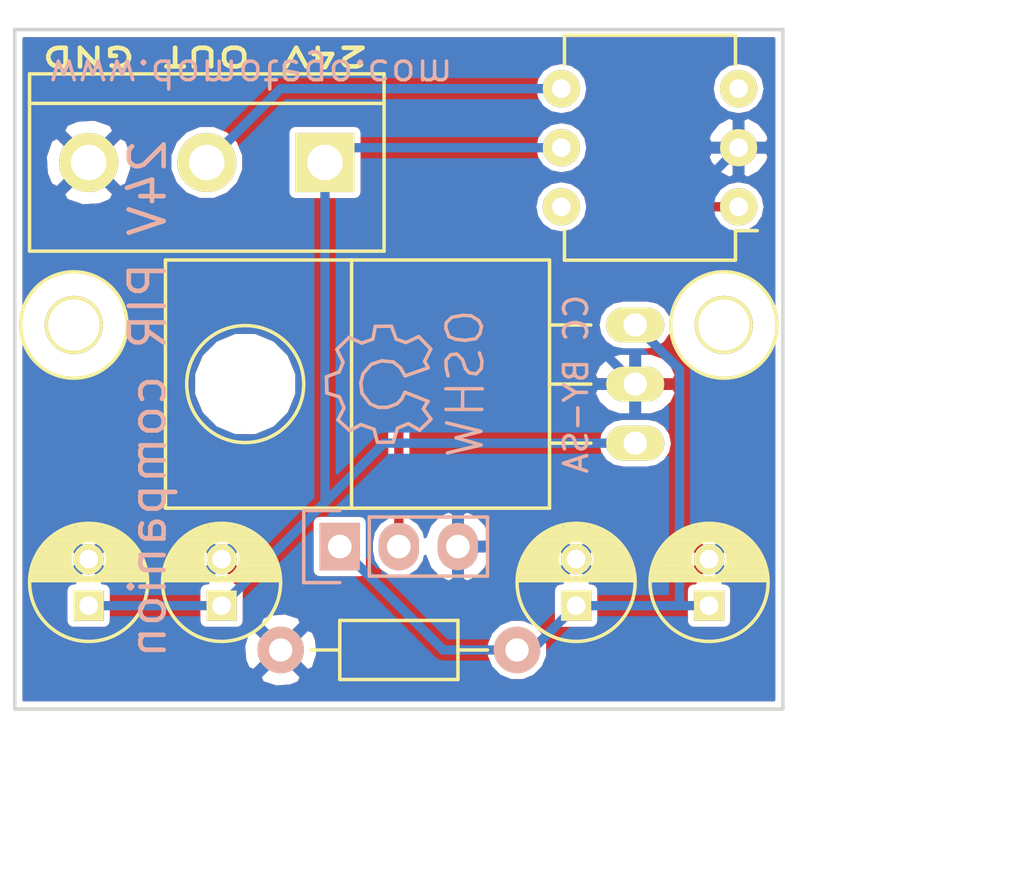
<source format=kicad_pcb>
(kicad_pcb (version 4) (host pcbnew 4.0.1-4.201602100846+6195~38~ubuntu15.10.1-stable)

  (general
    (links 18)
    (no_connects 0)
    (area 132.235 85.09 168.605 117.50512)
    (thickness 1.6)
    (drawings 14)
    (tracks 25)
    (zones 0)
    (modules 12)
    (nets 7)
  )

  (page A4)
  (title_block
    (title "24V PIR companion")
    (date 2016-02-20)
    (rev 1)
    (company Domotego)
    (comment 1 https://github.com/tiramiseb/domotego_pcbs)
    (comment 2 https://www.domotego.com)
    (comment 4 "CC BY-SA")
  )

  (layers
    (0 F.Cu signal)
    (31 B.Cu signal)
    (32 B.Adhes user)
    (33 F.Adhes user)
    (34 B.Paste user)
    (35 F.Paste user)
    (36 B.SilkS user)
    (37 F.SilkS user)
    (38 B.Mask user)
    (39 F.Mask user)
    (40 Dwgs.User user)
    (41 Cmts.User user)
    (42 Eco1.User user)
    (43 Eco2.User user)
    (44 Edge.Cuts user)
    (45 Margin user)
    (46 B.CrtYd user)
    (47 F.CrtYd user)
    (48 B.Fab user)
    (49 F.Fab user)
  )

  (setup
    (last_trace_width 0.4)
    (trace_clearance 0.2)
    (zone_clearance 0.254)
    (zone_45_only no)
    (trace_min 0.2)
    (segment_width 0.2)
    (edge_width 0.15)
    (via_size 0.6)
    (via_drill 0.4)
    (via_min_size 0.4)
    (via_min_drill 0.3)
    (uvia_size 0.3)
    (uvia_drill 0.1)
    (uvias_allowed no)
    (uvia_min_size 0.2)
    (uvia_min_drill 0.1)
    (pcb_text_width 0.3)
    (pcb_text_size 1.5 1.5)
    (mod_edge_width 0.15)
    (mod_text_size 1 1)
    (mod_text_width 0.15)
    (pad_size 2.5 2.5)
    (pad_drill 2.2)
    (pad_to_mask_clearance 0.2)
    (aux_axis_origin 0 0)
    (visible_elements FFFFFF7F)
    (pcbplotparams
      (layerselection 0x00030_80000001)
      (usegerberextensions false)
      (excludeedgelayer true)
      (linewidth 0.100000)
      (plotframeref false)
      (viasonmask false)
      (mode 1)
      (useauxorigin false)
      (hpglpennumber 1)
      (hpglpenspeed 20)
      (hpglpendiameter 15)
      (hpglpenoverlay 2)
      (psnegative false)
      (psa4output false)
      (plotreference true)
      (plotvalue true)
      (plotinvisibletext false)
      (padsonsilk false)
      (subtractmaskfromsilk false)
      (outputformat 1)
      (mirror false)
      (drillshape 0)
      (scaleselection 1)
      (outputdirectory ""))
  )

  (net 0 "")
  (net 1 HCSR501_VCC)
  (net 2 HCSR501_OUT)
  (net 3 GND)
  (net 4 TRIGGER_OUT)
  (net 5 VCC_15-35V)
  (net 6 "Net-(U2-Pad6)")

  (net_class Default "Ceci est la Netclass par défaut"
    (clearance 0.2)
    (trace_width 0.4)
    (via_dia 0.6)
    (via_drill 0.4)
    (uvia_dia 0.3)
    (uvia_drill 0.1)
    (add_net GND)
    (add_net HCSR501_OUT)
    (add_net HCSR501_VCC)
    (add_net "Net-(U2-Pad6)")
    (add_net TRIGGER_OUT)
    (add_net VCC_15-35V)
  )

  (module TO_SOT_Packages_THT:TO-220_Neutral123_Horizontal (layer F.Cu) (tedit 56C5EEB4) (tstamp 56C5EF63)
    (at 160.655 101.6 90)
    (descr "TO-220, Neutral, Horizontal,")
    (tags "TO-220, Neutral, Horizontal,")
    (path /56C5B02C)
    (fp_text reference U1 (at 0 -22.3012 90) (layer F.SilkS) hide
      (effects (font (size 1 1) (thickness 0.15)))
    )
    (fp_text value LM7812 (at -0.29972 3.44932 90) (layer F.Fab) hide
      (effects (font (size 1 1) (thickness 0.15)))
    )
    (fp_circle (center 0 -16.764) (end 1.778 -14.986) (layer F.SilkS) (width 0.15))
    (fp_line (start -2.54 -3.683) (end -2.54 -1.905) (layer F.SilkS) (width 0.15))
    (fp_line (start 0 -3.683) (end 0 -1.905) (layer F.SilkS) (width 0.15))
    (fp_line (start 2.54 -3.683) (end 2.54 -1.905) (layer F.SilkS) (width 0.15))
    (fp_line (start 5.334 -12.192) (end 5.334 -20.193) (layer F.SilkS) (width 0.15))
    (fp_line (start 5.334 -20.193) (end -5.334 -20.193) (layer F.SilkS) (width 0.15))
    (fp_line (start -5.334 -20.193) (end -5.334 -12.192) (layer F.SilkS) (width 0.15))
    (fp_line (start 5.334 -3.683) (end 5.334 -12.192) (layer F.SilkS) (width 0.15))
    (fp_line (start 5.334 -12.192) (end -5.334 -12.192) (layer F.SilkS) (width 0.15))
    (fp_line (start -5.334 -12.192) (end -5.334 -3.683) (layer F.SilkS) (width 0.15))
    (fp_line (start 0 -3.683) (end -5.334 -3.683) (layer F.SilkS) (width 0.15))
    (fp_line (start 0 -3.683) (end 5.334 -3.683) (layer F.SilkS) (width 0.15))
    (pad 2 thru_hole oval (at 0 0 180) (size 2.49936 1.50114) (drill 1.00076) (layers *.Cu *.Mask F.SilkS)
      (net 3 GND))
    (pad 1 thru_hole oval (at -2.54 0 180) (size 2.49936 1.50114) (drill 1.00076) (layers *.Cu *.Mask F.SilkS)
      (net 5 VCC_15-35V))
    (pad 3 thru_hole oval (at 2.54 0 180) (size 2.49936 1.50114) (drill 1.00076) (layers *.Cu *.Mask F.SilkS)
      (net 1 HCSR501_VCC))
    (pad "" np_thru_hole circle (at 0 -16.764 180) (size 3.79984 3.79984) (drill 3.79984) (layers *.Cu *.Mask F.SilkS))
    (model TO_SOT_Packages_THT.3dshapes/TO-220_Neutral123_Horizontal.wrl
      (at (xyz 0 0 0))
      (scale (xyz 0.3937 0.3937 0.3937))
      (rotate (xyz 0 0 0))
    )
  )

  (module Connect:1pin (layer F.Cu) (tedit 56C88575) (tstamp 56C5932D)
    (at 136.525 99.06)
    (descr "module 1 pin (ou trou mecanique de percage)")
    (tags DEV)
    (fp_text reference REF** (at 0 -3.048 90) (layer F.SilkS) hide
      (effects (font (size 1 1) (thickness 0.15)))
    )
    (fp_text value 1pin (at 0 2.794) (layer F.Fab) hide
      (effects (font (size 1 1) (thickness 0.15)))
    )
    (fp_circle (center 0 0) (end 0 -2.286) (layer F.SilkS) (width 0.15))
    (pad 1 thru_hole circle (at 0 0) (size 2.5 2.5) (drill 2.2) (layers *.Cu *.Mask F.SilkS)
      (clearance 1))
  )

  (module Socket_Strips:Socket_Strip_Straight_1x03 (layer B.Cu) (tedit 56C38A53) (tstamp 56C36F36)
    (at 147.955 108.585)
    (descr "Through hole socket strip")
    (tags "socket strip")
    (path /56C35FD9)
    (fp_text reference P1 (at 0 5.1) (layer B.SilkS) hide
      (effects (font (size 1 1) (thickness 0.15)) (justify mirror))
    )
    (fp_text value CONN_01X03 (at 0 3.1) (layer B.Fab) hide
      (effects (font (size 1 1) (thickness 0.15)) (justify mirror))
    )
    (fp_line (start 0 1.55) (end -1.55 1.55) (layer B.SilkS) (width 0.15))
    (fp_line (start -1.55 1.55) (end -1.55 -1.55) (layer B.SilkS) (width 0.15))
    (fp_line (start -1.55 -1.55) (end 0 -1.55) (layer B.SilkS) (width 0.15))
    (fp_line (start -1.75 1.75) (end -1.75 -1.75) (layer B.CrtYd) (width 0.05))
    (fp_line (start 6.85 1.75) (end 6.85 -1.75) (layer B.CrtYd) (width 0.05))
    (fp_line (start -1.75 1.75) (end 6.85 1.75) (layer B.CrtYd) (width 0.05))
    (fp_line (start -1.75 -1.75) (end 6.85 -1.75) (layer B.CrtYd) (width 0.05))
    (fp_line (start 1.27 1.27) (end 6.35 1.27) (layer B.SilkS) (width 0.15))
    (fp_line (start 6.35 1.27) (end 6.35 -1.27) (layer B.SilkS) (width 0.15))
    (fp_line (start 6.35 -1.27) (end 1.27 -1.27) (layer B.SilkS) (width 0.15))
    (fp_line (start 1.27 -1.27) (end 1.27 1.27) (layer B.SilkS) (width 0.15))
    (pad 1 thru_hole rect (at 0 0) (size 1.7272 2.032) (drill 1.016) (layers *.Cu *.Mask B.SilkS)
      (net 1 HCSR501_VCC))
    (pad 2 thru_hole oval (at 2.54 0) (size 1.7272 2.032) (drill 1.016) (layers *.Cu *.Mask B.SilkS)
      (net 2 HCSR501_OUT))
    (pad 3 thru_hole oval (at 5.08 0) (size 1.7272 2.032) (drill 1.016) (layers *.Cu *.Mask B.SilkS)
      (net 3 GND))
    (model Socket_Strips.3dshapes/Socket_Strip_Straight_1x03.wrl
      (at (xyz 0.1 0 0))
      (scale (xyz 1 1 1))
      (rotate (xyz 0 0 180))
    )
  )

  (module Symbols:Symbol_OSHW-Logo_SilkScreen (layer B.Cu) (tedit 56C3A3B9) (tstamp 56C3A3AA)
    (at 149.86 101.6 270)
    (descr "Symbol, OSHW-Logo, Silk Screen,")
    (tags "Symbol, OSHW-Logo, Silk Screen,")
    (fp_text reference REF** (at 0.09906 4.38912 270) (layer B.SilkS) hide
      (effects (font (size 1 1) (thickness 0.15)) (justify mirror))
    )
    (fp_text value Symbol_OSHW-Logo_SilkScreen (at 0.30988 -6.56082 270) (layer B.Fab) hide
      (effects (font (size 1 1) (thickness 0.15)) (justify mirror))
    )
    (fp_line (start 1.66878 -2.68986) (end 2.02946 -4.16052) (layer B.SilkS) (width 0.15))
    (fp_line (start 2.02946 -4.16052) (end 2.30886 -3.0988) (layer B.SilkS) (width 0.15))
    (fp_line (start 2.30886 -3.0988) (end 2.61874 -4.17068) (layer B.SilkS) (width 0.15))
    (fp_line (start 2.61874 -4.17068) (end 2.9591 -2.72034) (layer B.SilkS) (width 0.15))
    (fp_line (start 0.24892 -3.38074) (end 1.03886 -3.37058) (layer B.SilkS) (width 0.15))
    (fp_line (start 1.03886 -3.37058) (end 1.04902 -3.38074) (layer B.SilkS) (width 0.15))
    (fp_line (start 1.04902 -3.38074) (end 1.04902 -3.37058) (layer B.SilkS) (width 0.15))
    (fp_line (start 1.08966 -2.65938) (end 1.08966 -4.20116) (layer B.SilkS) (width 0.15))
    (fp_line (start 0.20066 -2.64922) (end 0.20066 -4.21894) (layer B.SilkS) (width 0.15))
    (fp_line (start 0.20066 -4.21894) (end 0.21082 -4.20878) (layer B.SilkS) (width 0.15))
    (fp_line (start -0.35052 -2.75082) (end -0.70104 -2.66954) (layer B.SilkS) (width 0.15))
    (fp_line (start -0.70104 -2.66954) (end -1.02108 -2.65938) (layer B.SilkS) (width 0.15))
    (fp_line (start -1.02108 -2.65938) (end -1.25984 -2.86004) (layer B.SilkS) (width 0.15))
    (fp_line (start -1.25984 -2.86004) (end -1.29032 -3.12928) (layer B.SilkS) (width 0.15))
    (fp_line (start -1.29032 -3.12928) (end -1.04902 -3.37058) (layer B.SilkS) (width 0.15))
    (fp_line (start -1.04902 -3.37058) (end -0.6604 -3.50012) (layer B.SilkS) (width 0.15))
    (fp_line (start -0.6604 -3.50012) (end -0.48006 -3.66014) (layer B.SilkS) (width 0.15))
    (fp_line (start -0.48006 -3.66014) (end -0.43942 -3.95986) (layer B.SilkS) (width 0.15))
    (fp_line (start -0.43942 -3.95986) (end -0.67056 -4.18084) (layer B.SilkS) (width 0.15))
    (fp_line (start -0.67056 -4.18084) (end -0.9906 -4.20878) (layer B.SilkS) (width 0.15))
    (fp_line (start -0.9906 -4.20878) (end -1.34112 -4.09956) (layer B.SilkS) (width 0.15))
    (fp_line (start -2.37998 -2.64922) (end -2.6289 -2.66954) (layer B.SilkS) (width 0.15))
    (fp_line (start -2.6289 -2.66954) (end -2.8702 -2.91084) (layer B.SilkS) (width 0.15))
    (fp_line (start -2.8702 -2.91084) (end -2.9591 -3.40106) (layer B.SilkS) (width 0.15))
    (fp_line (start -2.9591 -3.40106) (end -2.93116 -3.74904) (layer B.SilkS) (width 0.15))
    (fp_line (start -2.93116 -3.74904) (end -2.7305 -4.06908) (layer B.SilkS) (width 0.15))
    (fp_line (start -2.7305 -4.06908) (end -2.47904 -4.191) (layer B.SilkS) (width 0.15))
    (fp_line (start -2.47904 -4.191) (end -2.16916 -4.11988) (layer B.SilkS) (width 0.15))
    (fp_line (start -2.16916 -4.11988) (end -1.95072 -3.93954) (layer B.SilkS) (width 0.15))
    (fp_line (start -1.95072 -3.93954) (end -1.8796 -3.4798) (layer B.SilkS) (width 0.15))
    (fp_line (start -1.8796 -3.4798) (end -1.9304 -3.07086) (layer B.SilkS) (width 0.15))
    (fp_line (start -1.9304 -3.07086) (end -2.03962 -2.78892) (layer B.SilkS) (width 0.15))
    (fp_line (start -2.03962 -2.78892) (end -2.4003 -2.65938) (layer B.SilkS) (width 0.15))
    (fp_line (start -1.78054 -0.92964) (end -2.03962 -1.49098) (layer B.SilkS) (width 0.15))
    (fp_line (start -2.03962 -1.49098) (end -1.50114 -2.00914) (layer B.SilkS) (width 0.15))
    (fp_line (start -1.50114 -2.00914) (end -0.98044 -1.7399) (layer B.SilkS) (width 0.15))
    (fp_line (start -0.98044 -1.7399) (end -0.70104 -1.89992) (layer B.SilkS) (width 0.15))
    (fp_line (start 0.73914 -1.8796) (end 1.06934 -1.6891) (layer B.SilkS) (width 0.15))
    (fp_line (start 1.06934 -1.6891) (end 1.50876 -2.0193) (layer B.SilkS) (width 0.15))
    (fp_line (start 1.50876 -2.0193) (end 1.9812 -1.52908) (layer B.SilkS) (width 0.15))
    (fp_line (start 1.9812 -1.52908) (end 1.69926 -1.04902) (layer B.SilkS) (width 0.15))
    (fp_line (start 1.69926 -1.04902) (end 1.88976 -0.57912) (layer B.SilkS) (width 0.15))
    (fp_line (start 1.88976 -0.57912) (end 2.49936 -0.39116) (layer B.SilkS) (width 0.15))
    (fp_line (start 2.49936 -0.39116) (end 2.49936 0.28956) (layer B.SilkS) (width 0.15))
    (fp_line (start 2.49936 0.28956) (end 1.94056 0.42926) (layer B.SilkS) (width 0.15))
    (fp_line (start 1.94056 0.42926) (end 1.7399 1.00076) (layer B.SilkS) (width 0.15))
    (fp_line (start 1.7399 1.00076) (end 2.00914 1.47066) (layer B.SilkS) (width 0.15))
    (fp_line (start 2.00914 1.47066) (end 1.53924 1.9812) (layer B.SilkS) (width 0.15))
    (fp_line (start 1.53924 1.9812) (end 1.02108 1.71958) (layer B.SilkS) (width 0.15))
    (fp_line (start 1.02108 1.71958) (end 0.55118 1.92024) (layer B.SilkS) (width 0.15))
    (fp_line (start 0.55118 1.92024) (end 0.381 2.46126) (layer B.SilkS) (width 0.15))
    (fp_line (start 0.381 2.46126) (end -0.30988 2.47904) (layer B.SilkS) (width 0.15))
    (fp_line (start -0.30988 2.47904) (end -0.5207 1.9304) (layer B.SilkS) (width 0.15))
    (fp_line (start -0.5207 1.9304) (end -0.9398 1.76022) (layer B.SilkS) (width 0.15))
    (fp_line (start -0.9398 1.76022) (end -1.49098 2.02946) (layer B.SilkS) (width 0.15))
    (fp_line (start -1.49098 2.02946) (end -2.00914 1.50114) (layer B.SilkS) (width 0.15))
    (fp_line (start -2.00914 1.50114) (end -1.76022 0.96012) (layer B.SilkS) (width 0.15))
    (fp_line (start -1.76022 0.96012) (end -1.9304 0.48006) (layer B.SilkS) (width 0.15))
    (fp_line (start -1.9304 0.48006) (end -2.47904 0.381) (layer B.SilkS) (width 0.15))
    (fp_line (start -2.47904 0.381) (end -2.4892 -0.32004) (layer B.SilkS) (width 0.15))
    (fp_line (start -2.4892 -0.32004) (end -1.9304 -0.5207) (layer B.SilkS) (width 0.15))
    (fp_line (start -1.9304 -0.5207) (end -1.7907 -0.91948) (layer B.SilkS) (width 0.15))
    (fp_line (start 0.35052 -0.89916) (end 0.65024 -0.7493) (layer B.SilkS) (width 0.15))
    (fp_line (start 0.65024 -0.7493) (end 0.8509 -0.55118) (layer B.SilkS) (width 0.15))
    (fp_line (start 0.8509 -0.55118) (end 1.00076 -0.14986) (layer B.SilkS) (width 0.15))
    (fp_line (start 1.00076 -0.14986) (end 1.00076 0.24892) (layer B.SilkS) (width 0.15))
    (fp_line (start 1.00076 0.24892) (end 0.8509 0.59944) (layer B.SilkS) (width 0.15))
    (fp_line (start 0.8509 0.59944) (end 0.39878 0.94996) (layer B.SilkS) (width 0.15))
    (fp_line (start 0.39878 0.94996) (end -0.0508 1.00076) (layer B.SilkS) (width 0.15))
    (fp_line (start -0.0508 1.00076) (end -0.44958 0.89916) (layer B.SilkS) (width 0.15))
    (fp_line (start -0.44958 0.89916) (end -0.8509 0.55118) (layer B.SilkS) (width 0.15))
    (fp_line (start -0.8509 0.55118) (end -1.00076 0.09906) (layer B.SilkS) (width 0.15))
    (fp_line (start -1.00076 0.09906) (end -0.94996 -0.39878) (layer B.SilkS) (width 0.15))
    (fp_line (start -0.94996 -0.39878) (end -0.70104 -0.70104) (layer B.SilkS) (width 0.15))
    (fp_line (start -0.70104 -0.70104) (end -0.35052 -0.89916) (layer B.SilkS) (width 0.15))
    (fp_line (start -0.35052 -0.89916) (end -0.70104 -1.89992) (layer B.SilkS) (width 0.15))
    (fp_line (start 0.35052 -0.89916) (end 0.7493 -1.89992) (layer B.SilkS) (width 0.15))
  )

  (module Connect:1pin (layer F.Cu) (tedit 56C8859D) (tstamp 56C592F9)
    (at 164.465 99.06)
    (descr "module 1 pin (ou trou mecanique de percage)")
    (tags DEV)
    (fp_text reference REF** (at 0 -3.048) (layer F.SilkS) hide
      (effects (font (size 1 1) (thickness 0.15)))
    )
    (fp_text value 1pin (at 0 2.794) (layer F.Fab) hide
      (effects (font (size 1 1) (thickness 0.15)))
    )
    (fp_circle (center 0 0) (end 0 -2.286) (layer F.SilkS) (width 0.15))
    (pad 1 thru_hole circle (at 0 0) (size 2.5 2.5) (drill 2.2) (layers *.Cu *.Mask F.SilkS)
      (clearance 1))
  )

  (module Connect:bornier3 (layer F.Cu) (tedit 56C5EC92) (tstamp 56C5ED9D)
    (at 142.24 92.075 180)
    (descr "Bornier d'alimentation 3 pins")
    (tags DEV)
    (path /56C363B6)
    (fp_text reference P2 (at 0 -5.08 180) (layer F.SilkS) hide
      (effects (font (size 1 1) (thickness 0.15)))
    )
    (fp_text value CONN_01X03 (at 0 5.08 180) (layer F.Fab) hide
      (effects (font (size 1 1) (thickness 0.15)))
    )
    (fp_line (start -7.62 3.81) (end -7.62 -3.81) (layer F.SilkS) (width 0.15))
    (fp_line (start 7.62 3.81) (end 7.62 -3.81) (layer F.SilkS) (width 0.15))
    (fp_line (start -7.62 2.54) (end 7.62 2.54) (layer F.SilkS) (width 0.15))
    (fp_line (start -7.62 -3.81) (end 7.62 -3.81) (layer F.SilkS) (width 0.15))
    (fp_line (start -7.62 3.81) (end 7.62 3.81) (layer F.SilkS) (width 0.15))
    (pad 1 thru_hole rect (at -5.08 0 180) (size 2.54 2.54) (drill 1.524) (layers *.Cu *.Mask F.SilkS)
      (net 5 VCC_15-35V))
    (pad 2 thru_hole circle (at 0 0 180) (size 2.54 2.54) (drill 1.524) (layers *.Cu *.Mask F.SilkS)
      (net 4 TRIGGER_OUT))
    (pad 3 thru_hole circle (at 5.08 0 180) (size 2.54 2.54) (drill 1.524) (layers *.Cu *.Mask F.SilkS)
      (net 3 GND))
    (model Connect.3dshapes/bornier3.wrl
      (at (xyz 0 0 0))
      (scale (xyz 1 1 1))
      (rotate (xyz 0 0 0))
    )
  )

  (module Housings_DIP:DIP-6_W7.62mm (layer F.Cu) (tedit 56C5EEB0) (tstamp 56C5EF78)
    (at 165.1 93.98 180)
    (descr "6-lead dip package, row spacing 7.62 mm (300 mils)")
    (tags "dil dip 2.54 300")
    (path /56C43C31)
    (fp_text reference U2 (at 0 -5.22 270) (layer F.SilkS) hide
      (effects (font (size 1 1) (thickness 0.15)))
    )
    (fp_text value 4N35 (at 0 -3.72 180) (layer F.Fab) hide
      (effects (font (size 1 1) (thickness 0.15)))
    )
    (fp_line (start -1.05 -2.45) (end -1.05 7.55) (layer F.CrtYd) (width 0.05))
    (fp_line (start 8.65 -2.45) (end 8.65 7.55) (layer F.CrtYd) (width 0.05))
    (fp_line (start -1.05 -2.45) (end 8.65 -2.45) (layer F.CrtYd) (width 0.05))
    (fp_line (start -1.05 7.55) (end 8.65 7.55) (layer F.CrtYd) (width 0.05))
    (fp_line (start 0.135 -2.295) (end 0.135 -1.025) (layer F.SilkS) (width 0.15))
    (fp_line (start 7.485 -2.295) (end 7.485 -1.025) (layer F.SilkS) (width 0.15))
    (fp_line (start 7.485 7.375) (end 7.485 6.105) (layer F.SilkS) (width 0.15))
    (fp_line (start 0.135 7.375) (end 0.135 6.105) (layer F.SilkS) (width 0.15))
    (fp_line (start 0.135 -2.295) (end 7.485 -2.295) (layer F.SilkS) (width 0.15))
    (fp_line (start 0.135 7.375) (end 7.485 7.375) (layer F.SilkS) (width 0.15))
    (fp_line (start 0.135 -1.025) (end -0.8 -1.025) (layer F.SilkS) (width 0.15))
    (pad 1 thru_hole oval (at 0 0 180) (size 1.6 1.6) (drill 0.8) (layers *.Cu *.Mask F.SilkS)
      (net 2 HCSR501_OUT))
    (pad 2 thru_hole oval (at 0 2.54 180) (size 1.6 1.6) (drill 0.8) (layers *.Cu *.Mask F.SilkS)
      (net 3 GND))
    (pad 3 thru_hole oval (at 0 5.08 180) (size 1.6 1.6) (drill 0.8) (layers *.Cu *.Mask F.SilkS))
    (pad 4 thru_hole oval (at 7.62 5.08 180) (size 1.6 1.6) (drill 0.8) (layers *.Cu *.Mask F.SilkS)
      (net 4 TRIGGER_OUT))
    (pad 5 thru_hole oval (at 7.62 2.54 180) (size 1.6 1.6) (drill 0.8) (layers *.Cu *.Mask F.SilkS)
      (net 5 VCC_15-35V))
    (pad 6 thru_hole oval (at 7.62 0 180) (size 1.6 1.6) (drill 0.8) (layers *.Cu *.Mask F.SilkS)
      (net 6 "Net-(U2-Pad6)"))
    (model Housings_DIP.3dshapes/DIP-6_W7.62mm.wrl
      (at (xyz 0 0 0))
      (scale (xyz 1 1 1))
      (rotate (xyz 0 0 0))
    )
  )

  (module Resistors_ThroughHole:Resistor_Horizontal_RM10mm (layer F.Cu) (tedit 56C63397) (tstamp 56C5FB28)
    (at 155.575 113.03 180)
    (descr "Resistor, Axial,  RM 10mm, 1/3W")
    (tags "Resistor Axial RM 10mm 1/3W")
    (path /56C619A1)
    (fp_text reference R1 (at 5.32892 -3.50012 180) (layer F.SilkS) hide
      (effects (font (size 1 1) (thickness 0.15)))
    )
    (fp_text value 2.2k (at 5.08 3.81 180) (layer F.Fab) hide
      (effects (font (size 1 1) (thickness 0.15)))
    )
    (fp_line (start -1.25 -1.5) (end 11.4 -1.5) (layer F.CrtYd) (width 0.05))
    (fp_line (start -1.25 1.5) (end -1.25 -1.5) (layer F.CrtYd) (width 0.05))
    (fp_line (start 11.4 -1.5) (end 11.4 1.5) (layer F.CrtYd) (width 0.05))
    (fp_line (start -1.25 1.5) (end 11.4 1.5) (layer F.CrtYd) (width 0.05))
    (fp_line (start 2.54 -1.27) (end 7.62 -1.27) (layer F.SilkS) (width 0.15))
    (fp_line (start 7.62 -1.27) (end 7.62 1.27) (layer F.SilkS) (width 0.15))
    (fp_line (start 7.62 1.27) (end 2.54 1.27) (layer F.SilkS) (width 0.15))
    (fp_line (start 2.54 1.27) (end 2.54 -1.27) (layer F.SilkS) (width 0.15))
    (fp_line (start 2.54 0) (end 1.27 0) (layer F.SilkS) (width 0.15))
    (fp_line (start 7.62 0) (end 8.89 0) (layer F.SilkS) (width 0.15))
    (pad 1 thru_hole circle (at 0 0 180) (size 1.99898 1.99898) (drill 1.00076) (layers *.Cu *.SilkS *.Mask)
      (net 1 HCSR501_VCC))
    (pad 2 thru_hole circle (at 10.16 0 180) (size 1.99898 1.99898) (drill 1.00076) (layers *.Cu *.SilkS *.Mask)
      (net 3 GND))
    (model Resistors_ThroughHole.3dshapes/Resistor_Horizontal_RM10mm.wrl
      (at (xyz 0.2 0 0))
      (scale (xyz 0.4 0.4 0.4))
      (rotate (xyz 0 0 0))
    )
  )

  (module Capacitors_ThroughHole:C_Radial_D5_L11_P2 (layer F.Cu) (tedit 56CB13C1) (tstamp 56CA39E4)
    (at 142.875 111.125 90)
    (descr "Radial Electrolytic Capacitor 5mm x Length 11mm, Pitch 2mm")
    (tags "Electrolytic Capacitor")
    (path /56C5ED82)
    (fp_text reference C1 (at 1 -3.8 90) (layer F.SilkS) hide
      (effects (font (size 1 1) (thickness 0.15)))
    )
    (fp_text value 0.1µF (at 1 3.8 90) (layer F.Fab) hide
      (effects (font (size 1 1) (thickness 0.15)))
    )
    (fp_line (start 1.075 -2.499) (end 1.075 2.499) (layer F.SilkS) (width 0.15))
    (fp_line (start 1.215 -2.491) (end 1.215 -0.154) (layer F.SilkS) (width 0.15))
    (fp_line (start 1.215 0.154) (end 1.215 2.491) (layer F.SilkS) (width 0.15))
    (fp_line (start 1.355 -2.475) (end 1.355 -0.473) (layer F.SilkS) (width 0.15))
    (fp_line (start 1.355 0.473) (end 1.355 2.475) (layer F.SilkS) (width 0.15))
    (fp_line (start 1.495 -2.451) (end 1.495 -0.62) (layer F.SilkS) (width 0.15))
    (fp_line (start 1.495 0.62) (end 1.495 2.451) (layer F.SilkS) (width 0.15))
    (fp_line (start 1.635 -2.418) (end 1.635 -0.712) (layer F.SilkS) (width 0.15))
    (fp_line (start 1.635 0.712) (end 1.635 2.418) (layer F.SilkS) (width 0.15))
    (fp_line (start 1.775 -2.377) (end 1.775 -0.768) (layer F.SilkS) (width 0.15))
    (fp_line (start 1.775 0.768) (end 1.775 2.377) (layer F.SilkS) (width 0.15))
    (fp_line (start 1.915 -2.327) (end 1.915 -0.795) (layer F.SilkS) (width 0.15))
    (fp_line (start 1.915 0.795) (end 1.915 2.327) (layer F.SilkS) (width 0.15))
    (fp_line (start 2.055 -2.266) (end 2.055 -0.798) (layer F.SilkS) (width 0.15))
    (fp_line (start 2.055 0.798) (end 2.055 2.266) (layer F.SilkS) (width 0.15))
    (fp_line (start 2.195 -2.196) (end 2.195 -0.776) (layer F.SilkS) (width 0.15))
    (fp_line (start 2.195 0.776) (end 2.195 2.196) (layer F.SilkS) (width 0.15))
    (fp_line (start 2.335 -2.114) (end 2.335 -0.726) (layer F.SilkS) (width 0.15))
    (fp_line (start 2.335 0.726) (end 2.335 2.114) (layer F.SilkS) (width 0.15))
    (fp_line (start 2.475 -2.019) (end 2.475 -0.644) (layer F.SilkS) (width 0.15))
    (fp_line (start 2.475 0.644) (end 2.475 2.019) (layer F.SilkS) (width 0.15))
    (fp_line (start 2.615 -1.908) (end 2.615 -0.512) (layer F.SilkS) (width 0.15))
    (fp_line (start 2.615 0.512) (end 2.615 1.908) (layer F.SilkS) (width 0.15))
    (fp_line (start 2.755 -1.78) (end 2.755 -0.265) (layer F.SilkS) (width 0.15))
    (fp_line (start 2.755 0.265) (end 2.755 1.78) (layer F.SilkS) (width 0.15))
    (fp_line (start 2.895 -1.631) (end 2.895 1.631) (layer F.SilkS) (width 0.15))
    (fp_line (start 3.035 -1.452) (end 3.035 1.452) (layer F.SilkS) (width 0.15))
    (fp_line (start 3.175 -1.233) (end 3.175 1.233) (layer F.SilkS) (width 0.15))
    (fp_line (start 3.315 -0.944) (end 3.315 0.944) (layer F.SilkS) (width 0.15))
    (fp_line (start 3.455 -0.472) (end 3.455 0.472) (layer F.SilkS) (width 0.15))
    (fp_circle (center 2 0) (end 2 -0.8) (layer F.SilkS) (width 0.15))
    (fp_circle (center 1 0) (end 1 -2.5375) (layer F.SilkS) (width 0.15))
    (fp_circle (center 1 0) (end 1 -2.8) (layer F.CrtYd) (width 0.05))
    (pad 1 thru_hole rect (at 0 0 90) (size 1.3 1.3) (drill 0.8) (layers *.Cu *.Mask F.SilkS)
      (net 5 VCC_15-35V))
    (pad 2 thru_hole circle (at 2 0 90) (size 1.3 1.3) (drill 0.8) (layers *.Cu *.Mask F.SilkS)
      (net 3 GND))
    (model Capacitors_ThroughHole.3dshapes/C_Radial_D5_L11_P2.wrl
      (at (xyz 0 0 0))
      (scale (xyz 1 1 1))
      (rotate (xyz 0 0 0))
    )
  )

  (module Capacitors_ThroughHole:C_Radial_D5_L11_P2 (layer F.Cu) (tedit 56CB13BD) (tstamp 56CA3A0A)
    (at 137.16 111.125 90)
    (descr "Radial Electrolytic Capacitor 5mm x Length 11mm, Pitch 2mm")
    (tags "Electrolytic Capacitor")
    (path /56C5EBEF)
    (fp_text reference C2 (at 1 -3.8 90) (layer F.SilkS) hide
      (effects (font (size 1 1) (thickness 0.15)))
    )
    (fp_text value 2.2µF (at 1 3.8 90) (layer F.Fab) hide
      (effects (font (size 1 1) (thickness 0.15)))
    )
    (fp_line (start 1.075 -2.499) (end 1.075 2.499) (layer F.SilkS) (width 0.15))
    (fp_line (start 1.215 -2.491) (end 1.215 -0.154) (layer F.SilkS) (width 0.15))
    (fp_line (start 1.215 0.154) (end 1.215 2.491) (layer F.SilkS) (width 0.15))
    (fp_line (start 1.355 -2.475) (end 1.355 -0.473) (layer F.SilkS) (width 0.15))
    (fp_line (start 1.355 0.473) (end 1.355 2.475) (layer F.SilkS) (width 0.15))
    (fp_line (start 1.495 -2.451) (end 1.495 -0.62) (layer F.SilkS) (width 0.15))
    (fp_line (start 1.495 0.62) (end 1.495 2.451) (layer F.SilkS) (width 0.15))
    (fp_line (start 1.635 -2.418) (end 1.635 -0.712) (layer F.SilkS) (width 0.15))
    (fp_line (start 1.635 0.712) (end 1.635 2.418) (layer F.SilkS) (width 0.15))
    (fp_line (start 1.775 -2.377) (end 1.775 -0.768) (layer F.SilkS) (width 0.15))
    (fp_line (start 1.775 0.768) (end 1.775 2.377) (layer F.SilkS) (width 0.15))
    (fp_line (start 1.915 -2.327) (end 1.915 -0.795) (layer F.SilkS) (width 0.15))
    (fp_line (start 1.915 0.795) (end 1.915 2.327) (layer F.SilkS) (width 0.15))
    (fp_line (start 2.055 -2.266) (end 2.055 -0.798) (layer F.SilkS) (width 0.15))
    (fp_line (start 2.055 0.798) (end 2.055 2.266) (layer F.SilkS) (width 0.15))
    (fp_line (start 2.195 -2.196) (end 2.195 -0.776) (layer F.SilkS) (width 0.15))
    (fp_line (start 2.195 0.776) (end 2.195 2.196) (layer F.SilkS) (width 0.15))
    (fp_line (start 2.335 -2.114) (end 2.335 -0.726) (layer F.SilkS) (width 0.15))
    (fp_line (start 2.335 0.726) (end 2.335 2.114) (layer F.SilkS) (width 0.15))
    (fp_line (start 2.475 -2.019) (end 2.475 -0.644) (layer F.SilkS) (width 0.15))
    (fp_line (start 2.475 0.644) (end 2.475 2.019) (layer F.SilkS) (width 0.15))
    (fp_line (start 2.615 -1.908) (end 2.615 -0.512) (layer F.SilkS) (width 0.15))
    (fp_line (start 2.615 0.512) (end 2.615 1.908) (layer F.SilkS) (width 0.15))
    (fp_line (start 2.755 -1.78) (end 2.755 -0.265) (layer F.SilkS) (width 0.15))
    (fp_line (start 2.755 0.265) (end 2.755 1.78) (layer F.SilkS) (width 0.15))
    (fp_line (start 2.895 -1.631) (end 2.895 1.631) (layer F.SilkS) (width 0.15))
    (fp_line (start 3.035 -1.452) (end 3.035 1.452) (layer F.SilkS) (width 0.15))
    (fp_line (start 3.175 -1.233) (end 3.175 1.233) (layer F.SilkS) (width 0.15))
    (fp_line (start 3.315 -0.944) (end 3.315 0.944) (layer F.SilkS) (width 0.15))
    (fp_line (start 3.455 -0.472) (end 3.455 0.472) (layer F.SilkS) (width 0.15))
    (fp_circle (center 2 0) (end 2 -0.8) (layer F.SilkS) (width 0.15))
    (fp_circle (center 1 0) (end 1 -2.5375) (layer F.SilkS) (width 0.15))
    (fp_circle (center 1 0) (end 1 -2.8) (layer F.CrtYd) (width 0.05))
    (pad 1 thru_hole rect (at 0 0 90) (size 1.3 1.3) (drill 0.8) (layers *.Cu *.Mask F.SilkS)
      (net 5 VCC_15-35V))
    (pad 2 thru_hole circle (at 2 0 90) (size 1.3 1.3) (drill 0.8) (layers *.Cu *.Mask F.SilkS)
      (net 3 GND))
    (model Capacitors_ThroughHole.3dshapes/C_Radial_D5_L11_P2.wrl
      (at (xyz 0 0 0))
      (scale (xyz 1 1 1))
      (rotate (xyz 0 0 0))
    )
  )

  (module Capacitors_ThroughHole:C_Radial_D5_L11_P2 (layer F.Cu) (tedit 56CB13D1) (tstamp 56CA3A30)
    (at 163.83 111.125 90)
    (descr "Radial Electrolytic Capacitor 5mm x Length 11mm, Pitch 2mm")
    (tags "Electrolytic Capacitor")
    (path /56C5EDCC)
    (fp_text reference C3 (at 1 -3.8 90) (layer F.SilkS) hide
      (effects (font (size 1 1) (thickness 0.15)))
    )
    (fp_text value 0.1µF (at 1 3.8 90) (layer F.Fab) hide
      (effects (font (size 1 1) (thickness 0.15)))
    )
    (fp_line (start 1.075 -2.499) (end 1.075 2.499) (layer F.SilkS) (width 0.15))
    (fp_line (start 1.215 -2.491) (end 1.215 -0.154) (layer F.SilkS) (width 0.15))
    (fp_line (start 1.215 0.154) (end 1.215 2.491) (layer F.SilkS) (width 0.15))
    (fp_line (start 1.355 -2.475) (end 1.355 -0.473) (layer F.SilkS) (width 0.15))
    (fp_line (start 1.355 0.473) (end 1.355 2.475) (layer F.SilkS) (width 0.15))
    (fp_line (start 1.495 -2.451) (end 1.495 -0.62) (layer F.SilkS) (width 0.15))
    (fp_line (start 1.495 0.62) (end 1.495 2.451) (layer F.SilkS) (width 0.15))
    (fp_line (start 1.635 -2.418) (end 1.635 -0.712) (layer F.SilkS) (width 0.15))
    (fp_line (start 1.635 0.712) (end 1.635 2.418) (layer F.SilkS) (width 0.15))
    (fp_line (start 1.775 -2.377) (end 1.775 -0.768) (layer F.SilkS) (width 0.15))
    (fp_line (start 1.775 0.768) (end 1.775 2.377) (layer F.SilkS) (width 0.15))
    (fp_line (start 1.915 -2.327) (end 1.915 -0.795) (layer F.SilkS) (width 0.15))
    (fp_line (start 1.915 0.795) (end 1.915 2.327) (layer F.SilkS) (width 0.15))
    (fp_line (start 2.055 -2.266) (end 2.055 -0.798) (layer F.SilkS) (width 0.15))
    (fp_line (start 2.055 0.798) (end 2.055 2.266) (layer F.SilkS) (width 0.15))
    (fp_line (start 2.195 -2.196) (end 2.195 -0.776) (layer F.SilkS) (width 0.15))
    (fp_line (start 2.195 0.776) (end 2.195 2.196) (layer F.SilkS) (width 0.15))
    (fp_line (start 2.335 -2.114) (end 2.335 -0.726) (layer F.SilkS) (width 0.15))
    (fp_line (start 2.335 0.726) (end 2.335 2.114) (layer F.SilkS) (width 0.15))
    (fp_line (start 2.475 -2.019) (end 2.475 -0.644) (layer F.SilkS) (width 0.15))
    (fp_line (start 2.475 0.644) (end 2.475 2.019) (layer F.SilkS) (width 0.15))
    (fp_line (start 2.615 -1.908) (end 2.615 -0.512) (layer F.SilkS) (width 0.15))
    (fp_line (start 2.615 0.512) (end 2.615 1.908) (layer F.SilkS) (width 0.15))
    (fp_line (start 2.755 -1.78) (end 2.755 -0.265) (layer F.SilkS) (width 0.15))
    (fp_line (start 2.755 0.265) (end 2.755 1.78) (layer F.SilkS) (width 0.15))
    (fp_line (start 2.895 -1.631) (end 2.895 1.631) (layer F.SilkS) (width 0.15))
    (fp_line (start 3.035 -1.452) (end 3.035 1.452) (layer F.SilkS) (width 0.15))
    (fp_line (start 3.175 -1.233) (end 3.175 1.233) (layer F.SilkS) (width 0.15))
    (fp_line (start 3.315 -0.944) (end 3.315 0.944) (layer F.SilkS) (width 0.15))
    (fp_line (start 3.455 -0.472) (end 3.455 0.472) (layer F.SilkS) (width 0.15))
    (fp_circle (center 2 0) (end 2 -0.8) (layer F.SilkS) (width 0.15))
    (fp_circle (center 1 0) (end 1 -2.5375) (layer F.SilkS) (width 0.15))
    (fp_circle (center 1 0) (end 1 -2.8) (layer F.CrtYd) (width 0.05))
    (pad 1 thru_hole rect (at 0 0 90) (size 1.3 1.3) (drill 0.8) (layers *.Cu *.Mask F.SilkS)
      (net 1 HCSR501_VCC))
    (pad 2 thru_hole circle (at 2 0 90) (size 1.3 1.3) (drill 0.8) (layers *.Cu *.Mask F.SilkS)
      (net 3 GND))
    (model Capacitors_ThroughHole.3dshapes/C_Radial_D5_L11_P2.wrl
      (at (xyz 0 0 0))
      (scale (xyz 1 1 1))
      (rotate (xyz 0 0 0))
    )
  )

  (module Capacitors_ThroughHole:C_Radial_D5_L11_P2 (layer F.Cu) (tedit 56CB13CB) (tstamp 56CA3A56)
    (at 158.115 111.125 90)
    (descr "Radial Electrolytic Capacitor 5mm x Length 11mm, Pitch 2mm")
    (tags "Electrolytic Capacitor")
    (path /56C5EE0D)
    (fp_text reference C4 (at 1 -3.8 90) (layer F.SilkS) hide
      (effects (font (size 1 1) (thickness 0.15)))
    )
    (fp_text value 2.2µF (at 1 3.8 90) (layer F.Fab) hide
      (effects (font (size 1 1) (thickness 0.15)))
    )
    (fp_line (start 1.075 -2.499) (end 1.075 2.499) (layer F.SilkS) (width 0.15))
    (fp_line (start 1.215 -2.491) (end 1.215 -0.154) (layer F.SilkS) (width 0.15))
    (fp_line (start 1.215 0.154) (end 1.215 2.491) (layer F.SilkS) (width 0.15))
    (fp_line (start 1.355 -2.475) (end 1.355 -0.473) (layer F.SilkS) (width 0.15))
    (fp_line (start 1.355 0.473) (end 1.355 2.475) (layer F.SilkS) (width 0.15))
    (fp_line (start 1.495 -2.451) (end 1.495 -0.62) (layer F.SilkS) (width 0.15))
    (fp_line (start 1.495 0.62) (end 1.495 2.451) (layer F.SilkS) (width 0.15))
    (fp_line (start 1.635 -2.418) (end 1.635 -0.712) (layer F.SilkS) (width 0.15))
    (fp_line (start 1.635 0.712) (end 1.635 2.418) (layer F.SilkS) (width 0.15))
    (fp_line (start 1.775 -2.377) (end 1.775 -0.768) (layer F.SilkS) (width 0.15))
    (fp_line (start 1.775 0.768) (end 1.775 2.377) (layer F.SilkS) (width 0.15))
    (fp_line (start 1.915 -2.327) (end 1.915 -0.795) (layer F.SilkS) (width 0.15))
    (fp_line (start 1.915 0.795) (end 1.915 2.327) (layer F.SilkS) (width 0.15))
    (fp_line (start 2.055 -2.266) (end 2.055 -0.798) (layer F.SilkS) (width 0.15))
    (fp_line (start 2.055 0.798) (end 2.055 2.266) (layer F.SilkS) (width 0.15))
    (fp_line (start 2.195 -2.196) (end 2.195 -0.776) (layer F.SilkS) (width 0.15))
    (fp_line (start 2.195 0.776) (end 2.195 2.196) (layer F.SilkS) (width 0.15))
    (fp_line (start 2.335 -2.114) (end 2.335 -0.726) (layer F.SilkS) (width 0.15))
    (fp_line (start 2.335 0.726) (end 2.335 2.114) (layer F.SilkS) (width 0.15))
    (fp_line (start 2.475 -2.019) (end 2.475 -0.644) (layer F.SilkS) (width 0.15))
    (fp_line (start 2.475 0.644) (end 2.475 2.019) (layer F.SilkS) (width 0.15))
    (fp_line (start 2.615 -1.908) (end 2.615 -0.512) (layer F.SilkS) (width 0.15))
    (fp_line (start 2.615 0.512) (end 2.615 1.908) (layer F.SilkS) (width 0.15))
    (fp_line (start 2.755 -1.78) (end 2.755 -0.265) (layer F.SilkS) (width 0.15))
    (fp_line (start 2.755 0.265) (end 2.755 1.78) (layer F.SilkS) (width 0.15))
    (fp_line (start 2.895 -1.631) (end 2.895 1.631) (layer F.SilkS) (width 0.15))
    (fp_line (start 3.035 -1.452) (end 3.035 1.452) (layer F.SilkS) (width 0.15))
    (fp_line (start 3.175 -1.233) (end 3.175 1.233) (layer F.SilkS) (width 0.15))
    (fp_line (start 3.315 -0.944) (end 3.315 0.944) (layer F.SilkS) (width 0.15))
    (fp_line (start 3.455 -0.472) (end 3.455 0.472) (layer F.SilkS) (width 0.15))
    (fp_circle (center 2 0) (end 2 -0.8) (layer F.SilkS) (width 0.15))
    (fp_circle (center 1 0) (end 1 -2.5375) (layer F.SilkS) (width 0.15))
    (fp_circle (center 1 0) (end 1 -2.8) (layer F.CrtYd) (width 0.05))
    (pad 1 thru_hole rect (at 0 0 90) (size 1.3 1.3) (drill 0.8) (layers *.Cu *.Mask F.SilkS)
      (net 1 HCSR501_VCC))
    (pad 2 thru_hole circle (at 2 0 90) (size 1.3 1.3) (drill 0.8) (layers *.Cu *.Mask F.SilkS)
      (net 3 GND))
    (model Capacitors_ThroughHole.3dshapes/C_Radial_D5_L11_P2.wrl
      (at (xyz 0 0 0))
      (scale (xyz 1 1 1))
      (rotate (xyz 0 0 0))
    )
  )

  (dimension 33.02 (width 0.3) (layer Cmts.User)
    (gr_text "33,020 mm" (at 150.495 123.905) (layer Cmts.User)
      (effects (font (size 1.5 1.5) (thickness 0.3)))
    )
    (feature1 (pts (xy 133.985 118.745) (xy 133.985 125.255)))
    (feature2 (pts (xy 167.005 118.745) (xy 167.005 125.255)))
    (crossbar (pts (xy 167.005 122.555) (xy 133.985 122.555)))
    (arrow1a (pts (xy 133.985 122.555) (xy 135.111504 121.968579)))
    (arrow1b (pts (xy 133.985 122.555) (xy 135.111504 123.141421)))
    (arrow2a (pts (xy 167.005 122.555) (xy 165.878496 121.968579)))
    (arrow2b (pts (xy 167.005 122.555) (xy 165.878496 123.141421)))
  )
  (dimension 29.21 (width 0.3) (layer Cmts.User)
    (gr_text "29,210 mm" (at 174.705 100.965 270) (layer Cmts.User)
      (effects (font (size 1.5 1.5) (thickness 0.3)))
    )
    (feature1 (pts (xy 169.545 115.57) (xy 176.055 115.57)))
    (feature2 (pts (xy 169.545 86.36) (xy 176.055 86.36)))
    (crossbar (pts (xy 173.355 86.36) (xy 173.355 115.57)))
    (arrow1a (pts (xy 173.355 115.57) (xy 172.768579 114.443496)))
    (arrow1b (pts (xy 173.355 115.57) (xy 173.941421 114.443496)))
    (arrow2a (pts (xy 173.355 86.36) (xy 172.768579 87.486504)))
    (arrow2b (pts (xy 173.355 86.36) (xy 173.941421 87.486504)))
  )
  (gr_text "CC BY-SA" (at 158.115 101.6 90) (layer B.SilkS)
    (effects (font (size 1 1) (thickness 0.15)) (justify mirror))
  )
  (gr_text GND (at 137.16 87.503 180) (layer F.SilkS)
    (effects (font (size 0.8 1.3) (thickness 0.2)))
  )
  (gr_text OUT (at 142.24 87.503 180) (layer F.SilkS)
    (effects (font (size 0.8 1.3) (thickness 0.2)))
  )
  (gr_line (start 167.005 115.57) (end 167.005 111.125) (angle 90) (layer Edge.Cuts) (width 0.15))
  (gr_line (start 133.985 115.57) (end 167.005 115.57) (angle 90) (layer Edge.Cuts) (width 0.15))
  (gr_line (start 133.985 111.125) (end 133.985 115.57) (angle 90) (layer Edge.Cuts) (width 0.15))
  (gr_line (start 167.005 86.36) (end 167.005 111.125) (angle 90) (layer Edge.Cuts) (width 0.15))
  (gr_line (start 133.985 86.36) (end 167.005 86.36) (angle 90) (layer Edge.Cuts) (width 0.15))
  (gr_line (start 133.985 111.125) (end 133.985 86.36) (angle 90) (layer Edge.Cuts) (width 0.15))
  (gr_text 24V (at 147.32 87.503 180) (layer F.SilkS)
    (effects (font (size 0.8 1.3) (thickness 0.2)))
  )
  (gr_text www.domotego.com (at 144.145 88.265 180) (layer B.SilkS)
    (effects (font (size 1.2 1.2) (thickness 0.15)) (justify mirror))
  )
  (gr_text "24V PIR companion" (at 139.7 102.235 90) (layer B.SilkS)
    (effects (font (size 1.5 1.5) (thickness 0.2)) (justify mirror))
  )

  (segment (start 139.7 108.625) (end 139.7 108.585) (width 0.4) (layer F.Cu) (net 0) (tstamp 56C62E95))
  (segment (start 139.7 108.585) (end 139.7 108.625) (width 0.4) (layer F.Cu) (net 0) (tstamp 56C62E98))
  (segment (start 160.655 99.06) (end 162.56 100.965) (width 0.4) (layer B.Cu) (net 1))
  (segment (start 162.56 100.965) (end 162.56 111.125) (width 0.4) (layer B.Cu) (net 1) (tstamp 56C63018))
  (segment (start 163.83 111.125) (end 162.56 111.125) (width 0.4) (layer B.Cu) (net 1))
  (segment (start 162.56 111.125) (end 161.925 111.125) (width 0.4) (layer B.Cu) (net 1) (tstamp 56C63022))
  (segment (start 152.4 113.03) (end 147.955 108.585) (width 0.4) (layer B.Cu) (net 1) (tstamp 56C62E39))
  (segment (start 156.21 113.03) (end 152.4 113.03) (width 0.4) (layer B.Cu) (net 1) (tstamp 56C62E38))
  (segment (start 158.115 111.125) (end 156.21 113.03) (width 0.4) (layer B.Cu) (net 1) (tstamp 56C62E37))
  (segment (start 161.925 111.125) (end 158.115 111.125) (width 0.4) (layer B.Cu) (net 1) (tstamp 56C62E76))
  (segment (start 150.495 108.585) (end 150.495 103.505) (width 0.4) (layer F.Cu) (net 2))
  (segment (start 160.02 93.98) (end 165.1 93.98) (width 0.4) (layer F.Cu) (net 2) (tstamp 56C884FA))
  (segment (start 150.495 103.505) (end 160.02 93.98) (width 0.4) (layer F.Cu) (net 2) (tstamp 56C884F0))
  (segment (start 160.655 101.6) (end 158.75 99.695) (width 0.4) (layer B.Cu) (net 3))
  (segment (start 158.75 97.79) (end 165.1 91.44) (width 0.4) (layer B.Cu) (net 3) (tstamp 56C63037))
  (segment (start 158.75 99.695) (end 158.75 97.79) (width 0.4) (layer B.Cu) (net 3) (tstamp 56C63034))
  (segment (start 157.48 88.9) (end 145.415 88.9) (width 0.4) (layer B.Cu) (net 4))
  (segment (start 145.415 88.9) (end 142.24 92.075) (width 0.4) (layer B.Cu) (net 4) (tstamp 56C62E20))
  (segment (start 157.48 91.44) (end 147.955 91.44) (width 0.4) (layer B.Cu) (net 5))
  (segment (start 160.655 104.14) (end 149.86 104.14) (width 0.4) (layer B.Cu) (net 5))
  (segment (start 149.86 104.14) (end 147.32 106.68) (width 0.4) (layer B.Cu) (net 5) (tstamp 56C62FB5))
  (segment (start 147.32 92.075) (end 147.32 106.68) (width 0.4) (layer B.Cu) (net 5))
  (segment (start 147.32 106.68) (end 142.875 111.125) (width 0.4) (layer B.Cu) (net 5) (tstamp 56C62E5B))
  (segment (start 147.955 91.44) (end 147.32 92.075) (width 0.4) (layer B.Cu) (net 5) (tstamp 56C62E50))
  (segment (start 142.875 111.125) (end 137.16 111.125) (width 0.4) (layer B.Cu) (net 5) (tstamp 56C62E4B))

  (zone (net 3) (net_name GND) (layer F.Cu) (tstamp 56C62F45) (hatch edge 0.508)
    (connect_pads (clearance 0.254))
    (min_thickness 0.127)
    (fill yes (arc_segments 16) (thermal_gap 0.508) (thermal_bridge_width 0.508))
    (polygon
      (pts
        (xy 133.35 85.09) (xy 167.64 85.09) (xy 167.64 116.84) (xy 133.35 116.84)
      )
    )
    (filled_polygon
      (pts
        (xy 166.6125 98.199115) (xy 166.427433 97.75122) (xy 165.777203 97.099854) (xy 164.927202 96.746903) (xy 164.006835 96.746099)
        (xy 163.15622 97.097567) (xy 162.504854 97.747797) (xy 162.151903 98.597798) (xy 162.151882 98.621785) (xy 161.940053 98.30476)
        (xy 161.593546 98.073232) (xy 161.184813 97.99193) (xy 160.125187 97.99193) (xy 159.716454 98.073232) (xy 159.369947 98.30476)
        (xy 159.138419 98.651267) (xy 159.057117 99.06) (xy 159.138419 99.468733) (xy 159.369947 99.81524) (xy 159.716454 100.046768)
        (xy 160.125187 100.12807) (xy 161.184813 100.12807) (xy 161.593546 100.046768) (xy 161.940053 99.81524) (xy 162.151115 99.499362)
        (xy 162.151099 99.518165) (xy 162.502567 100.36878) (xy 163.152797 101.020146) (xy 164.002798 101.373097) (xy 164.923165 101.373901)
        (xy 165.77378 101.022433) (xy 166.425146 100.372203) (xy 166.6125 99.921004) (xy 166.6125 115.1775) (xy 134.3775 115.1775)
        (xy 134.3775 114.187465) (xy 144.526943 114.187465) (xy 144.634305 114.428633) (xy 145.228965 114.620927) (xy 145.851948 114.571018)
        (xy 146.195695 114.428633) (xy 146.303057 114.187465) (xy 145.415 113.299408) (xy 144.526943 114.187465) (xy 134.3775 114.187465)
        (xy 134.3775 112.843965) (xy 143.824073 112.843965) (xy 143.873982 113.466948) (xy 144.016367 113.810695) (xy 144.257535 113.918057)
        (xy 145.145592 113.03) (xy 145.684408 113.03) (xy 146.572465 113.918057) (xy 146.813633 113.810695) (xy 146.981745 113.290816)
        (xy 154.257782 113.290816) (xy 154.457859 113.77504) (xy 154.828011 114.145838) (xy 155.311885 114.346761) (xy 155.835816 114.347218)
        (xy 156.32004 114.147141) (xy 156.690838 113.776989) (xy 156.891761 113.293115) (xy 156.892218 112.769184) (xy 156.692141 112.28496)
        (xy 156.321989 111.914162) (xy 155.838115 111.713239) (xy 155.314184 111.712782) (xy 154.82996 111.912859) (xy 154.459162 112.283011)
        (xy 154.258239 112.766885) (xy 154.257782 113.290816) (xy 146.981745 113.290816) (xy 147.005927 113.216035) (xy 146.956018 112.593052)
        (xy 146.813633 112.249305) (xy 146.572465 112.141943) (xy 145.684408 113.03) (xy 145.145592 113.03) (xy 144.257535 112.141943)
        (xy 144.016367 112.249305) (xy 143.824073 112.843965) (xy 134.3775 112.843965) (xy 134.3775 110.475) (xy 136.18628 110.475)
        (xy 136.18628 111.775) (xy 136.208419 111.892658) (xy 136.277955 112.000721) (xy 136.384055 112.073215) (xy 136.51 112.09872)
        (xy 137.81 112.09872) (xy 137.927658 112.076581) (xy 138.035721 112.007045) (xy 138.108215 111.900945) (xy 138.13372 111.775)
        (xy 138.13372 110.475) (xy 141.90128 110.475) (xy 141.90128 111.775) (xy 141.923419 111.892658) (xy 141.992955 112.000721)
        (xy 142.099055 112.073215) (xy 142.225 112.09872) (xy 143.525 112.09872) (xy 143.642658 112.076581) (xy 143.750721 112.007045)
        (xy 143.823215 111.900945) (xy 143.828968 111.872535) (xy 144.526943 111.872535) (xy 145.415 112.760592) (xy 146.303057 111.872535)
        (xy 146.195695 111.631367) (xy 145.601035 111.439073) (xy 144.978052 111.488982) (xy 144.634305 111.631367) (xy 144.526943 111.872535)
        (xy 143.828968 111.872535) (xy 143.84872 111.775) (xy 143.84872 110.475) (xy 157.14128 110.475) (xy 157.14128 111.775)
        (xy 157.163419 111.892658) (xy 157.232955 112.000721) (xy 157.339055 112.073215) (xy 157.465 112.09872) (xy 158.765 112.09872)
        (xy 158.882658 112.076581) (xy 158.990721 112.007045) (xy 159.063215 111.900945) (xy 159.08872 111.775) (xy 159.08872 110.475)
        (xy 162.85628 110.475) (xy 162.85628 111.775) (xy 162.878419 111.892658) (xy 162.947955 112.000721) (xy 163.054055 112.073215)
        (xy 163.18 112.09872) (xy 164.48 112.09872) (xy 164.597658 112.076581) (xy 164.705721 112.007045) (xy 164.778215 111.900945)
        (xy 164.80372 111.775) (xy 164.80372 110.475) (xy 164.781581 110.357342) (xy 164.712045 110.249279) (xy 164.605945 110.176785)
        (xy 164.48 110.15128) (xy 164.424672 110.15128) (xy 164.463196 110.027603) (xy 163.83 109.394408) (xy 163.196804 110.027603)
        (xy 163.235328 110.15128) (xy 163.18 110.15128) (xy 163.062342 110.173419) (xy 162.954279 110.242955) (xy 162.881785 110.349055)
        (xy 162.85628 110.475) (xy 159.08872 110.475) (xy 159.066581 110.357342) (xy 158.997045 110.249279) (xy 158.890945 110.176785)
        (xy 158.765 110.15128) (xy 158.709672 110.15128) (xy 158.748196 110.027603) (xy 158.115 109.394408) (xy 157.481804 110.027603)
        (xy 157.520328 110.15128) (xy 157.465 110.15128) (xy 157.347342 110.173419) (xy 157.239279 110.242955) (xy 157.166785 110.349055)
        (xy 157.14128 110.475) (xy 143.84872 110.475) (xy 143.826581 110.357342) (xy 143.757045 110.249279) (xy 143.650945 110.176785)
        (xy 143.525 110.15128) (xy 143.469672 110.15128) (xy 143.508196 110.027603) (xy 142.875 109.394408) (xy 142.241804 110.027603)
        (xy 142.280328 110.15128) (xy 142.225 110.15128) (xy 142.107342 110.173419) (xy 141.999279 110.242955) (xy 141.926785 110.349055)
        (xy 141.90128 110.475) (xy 138.13372 110.475) (xy 138.111581 110.357342) (xy 138.042045 110.249279) (xy 137.935945 110.176785)
        (xy 137.81 110.15128) (xy 137.754672 110.15128) (xy 137.793196 110.027603) (xy 137.16 109.394408) (xy 136.526804 110.027603)
        (xy 136.565328 110.15128) (xy 136.51 110.15128) (xy 136.392342 110.173419) (xy 136.284279 110.242955) (xy 136.211785 110.349055)
        (xy 136.18628 110.475) (xy 134.3775 110.475) (xy 134.3775 109.022918) (xy 135.91876 109.022918) (xy 135.974179 109.505691)
        (xy 136.052309 109.694314) (xy 136.257397 109.758196) (xy 136.890592 109.125) (xy 137.429408 109.125) (xy 138.062603 109.758196)
        (xy 138.267691 109.694314) (xy 138.40124 109.227082) (xy 138.377804 109.022918) (xy 141.63376 109.022918) (xy 141.689179 109.505691)
        (xy 141.767309 109.694314) (xy 141.972397 109.758196) (xy 142.605592 109.125) (xy 143.144408 109.125) (xy 143.777603 109.758196)
        (xy 143.982691 109.694314) (xy 144.11624 109.227082) (xy 144.060821 108.744309) (xy 143.982691 108.555686) (xy 143.777603 108.491804)
        (xy 143.144408 109.125) (xy 142.605592 109.125) (xy 141.972397 108.491804) (xy 141.767309 108.555686) (xy 141.63376 109.022918)
        (xy 138.377804 109.022918) (xy 138.345821 108.744309) (xy 138.267691 108.555686) (xy 138.062603 108.491804) (xy 137.429408 109.125)
        (xy 136.890592 109.125) (xy 136.257397 108.491804) (xy 136.052309 108.555686) (xy 135.91876 109.022918) (xy 134.3775 109.022918)
        (xy 134.3775 108.222397) (xy 136.526804 108.222397) (xy 137.16 108.855592) (xy 137.793196 108.222397) (xy 142.241804 108.222397)
        (xy 142.875 108.855592) (xy 143.508196 108.222397) (xy 143.444314 108.017309) (xy 142.977082 107.88376) (xy 142.494309 107.939179)
        (xy 142.305686 108.017309) (xy 142.241804 108.222397) (xy 137.793196 108.222397) (xy 137.729314 108.017309) (xy 137.262082 107.88376)
        (xy 136.779309 107.939179) (xy 136.590686 108.017309) (xy 136.526804 108.222397) (xy 134.3775 108.222397) (xy 134.3775 107.569)
        (xy 146.76768 107.569) (xy 146.76768 109.601) (xy 146.789819 109.718658) (xy 146.859355 109.826721) (xy 146.965455 109.899215)
        (xy 147.0914 109.92472) (xy 148.8186 109.92472) (xy 148.936258 109.902581) (xy 149.044321 109.833045) (xy 149.116815 109.726945)
        (xy 149.14232 109.601) (xy 149.14232 108.406475) (xy 149.3139 108.406475) (xy 149.3139 108.763525) (xy 149.403806 109.215512)
        (xy 149.659836 109.598689) (xy 150.043013 109.854719) (xy 150.495 109.944625) (xy 150.946987 109.854719) (xy 151.330164 109.598689)
        (xy 151.586194 109.215512) (xy 151.628167 109.004498) (xy 151.833438 109.518403) (xy 152.223778 109.918771) (xy 152.624333 110.112487)
        (xy 152.8445 110.015506) (xy 152.8445 108.7755) (xy 153.2255 108.7755) (xy 153.2255 110.015506) (xy 153.445667 110.112487)
        (xy 153.846222 109.918771) (xy 154.236562 109.518403) (xy 154.434475 109.022918) (xy 156.87376 109.022918) (xy 156.929179 109.505691)
        (xy 157.007309 109.694314) (xy 157.212397 109.758196) (xy 157.845592 109.125) (xy 158.384408 109.125) (xy 159.017603 109.758196)
        (xy 159.222691 109.694314) (xy 159.35624 109.227082) (xy 159.332804 109.022918) (xy 162.58876 109.022918) (xy 162.644179 109.505691)
        (xy 162.722309 109.694314) (xy 162.927397 109.758196) (xy 163.560592 109.125) (xy 164.099408 109.125) (xy 164.732603 109.758196)
        (xy 164.937691 109.694314) (xy 165.07124 109.227082) (xy 165.015821 108.744309) (xy 164.937691 108.555686) (xy 164.732603 108.491804)
        (xy 164.099408 109.125) (xy 163.560592 109.125) (xy 162.927397 108.491804) (xy 162.722309 108.555686) (xy 162.58876 109.022918)
        (xy 159.332804 109.022918) (xy 159.300821 108.744309) (xy 159.222691 108.555686) (xy 159.017603 108.491804) (xy 158.384408 109.125)
        (xy 157.845592 109.125) (xy 157.212397 108.491804) (xy 157.007309 108.555686) (xy 156.87376 109.022918) (xy 154.434475 109.022918)
        (xy 154.443975 108.999135) (xy 154.324697 108.7755) (xy 153.2255 108.7755) (xy 152.8445 108.7755) (xy 152.8245 108.7755)
        (xy 152.8245 108.3945) (xy 152.8445 108.3945) (xy 152.8445 107.154494) (xy 153.2255 107.154494) (xy 153.2255 108.3945)
        (xy 154.324697 108.3945) (xy 154.416489 108.222397) (xy 157.481804 108.222397) (xy 158.115 108.855592) (xy 158.748196 108.222397)
        (xy 163.196804 108.222397) (xy 163.83 108.855592) (xy 164.463196 108.222397) (xy 164.399314 108.017309) (xy 163.932082 107.88376)
        (xy 163.449309 107.939179) (xy 163.260686 108.017309) (xy 163.196804 108.222397) (xy 158.748196 108.222397) (xy 158.684314 108.017309)
        (xy 158.217082 107.88376) (xy 157.734309 107.939179) (xy 157.545686 108.017309) (xy 157.481804 108.222397) (xy 154.416489 108.222397)
        (xy 154.443975 108.170865) (xy 154.236562 107.651597) (xy 153.846222 107.251229) (xy 153.445667 107.057513) (xy 153.2255 107.154494)
        (xy 152.8445 107.154494) (xy 152.624333 107.057513) (xy 152.223778 107.251229) (xy 151.833438 107.651597) (xy 151.628167 108.165502)
        (xy 151.586194 107.954488) (xy 151.330164 107.571311) (xy 151.0125 107.359055) (xy 151.0125 104.14) (xy 159.057117 104.14)
        (xy 159.138419 104.548733) (xy 159.369947 104.89524) (xy 159.716454 105.126768) (xy 160.125187 105.20807) (xy 161.184813 105.20807)
        (xy 161.593546 105.126768) (xy 161.940053 104.89524) (xy 162.171581 104.548733) (xy 162.252883 104.14) (xy 162.171581 103.731267)
        (xy 161.940053 103.38476) (xy 161.593546 103.153232) (xy 161.184813 103.07193) (xy 160.125187 103.07193) (xy 159.716454 103.153232)
        (xy 159.369947 103.38476) (xy 159.138419 103.731267) (xy 159.057117 104.14) (xy 151.0125 104.14) (xy 151.0125 103.719356)
        (xy 152.739042 101.992814) (xy 158.893525 101.992814) (xy 159.086342 102.400141) (xy 159.473957 102.748532) (xy 159.96539 102.92207)
        (xy 160.4645 102.92207) (xy 160.4645 101.7905) (xy 160.8455 101.7905) (xy 160.8455 102.92207) (xy 161.34461 102.92207)
        (xy 161.836043 102.748532) (xy 162.223658 102.400141) (xy 162.416475 101.992814) (xy 162.317816 101.7905) (xy 160.8455 101.7905)
        (xy 160.4645 101.7905) (xy 158.992184 101.7905) (xy 158.893525 101.992814) (xy 152.739042 101.992814) (xy 153.52467 101.207186)
        (xy 158.893525 101.207186) (xy 158.992184 101.4095) (xy 160.4645 101.4095) (xy 160.4645 100.27793) (xy 160.8455 100.27793)
        (xy 160.8455 101.4095) (xy 162.317816 101.4095) (xy 162.416475 101.207186) (xy 162.223658 100.799859) (xy 161.836043 100.451468)
        (xy 161.34461 100.27793) (xy 160.8455 100.27793) (xy 160.4645 100.27793) (xy 159.96539 100.27793) (xy 159.473957 100.451468)
        (xy 159.086342 100.799859) (xy 158.893525 101.207186) (xy 153.52467 101.207186) (xy 160.234356 94.4975) (xy 164.105708 94.4975)
        (xy 164.287915 94.770192) (xy 164.650458 95.012435) (xy 165.078107 95.0975) (xy 165.121893 95.0975) (xy 165.549542 95.012435)
        (xy 165.912085 94.770192) (xy 166.154328 94.407649) (xy 166.239393 93.98) (xy 166.154328 93.552351) (xy 165.912085 93.189808)
        (xy 165.549542 92.947565) (xy 165.121893 92.8625) (xy 165.078107 92.8625) (xy 164.650458 92.947565) (xy 164.287915 93.189808)
        (xy 164.105708 93.4625) (xy 160.02 93.4625) (xy 159.821961 93.501892) (xy 159.654072 93.614072) (xy 150.129072 103.139072)
        (xy 150.016892 103.306961) (xy 149.9775 103.505) (xy 149.9775 107.359055) (xy 149.659836 107.571311) (xy 149.403806 107.954488)
        (xy 149.3139 108.406475) (xy 149.14232 108.406475) (xy 149.14232 107.569) (xy 149.120181 107.451342) (xy 149.050645 107.343279)
        (xy 148.944545 107.270785) (xy 148.8186 107.24528) (xy 147.0914 107.24528) (xy 146.973742 107.267419) (xy 146.865679 107.336955)
        (xy 146.793185 107.443055) (xy 146.76768 107.569) (xy 134.3775 107.569) (xy 134.3775 102.039137) (xy 141.673196 102.039137)
        (xy 142.010067 102.854427) (xy 142.633292 103.478741) (xy 143.447993 103.817034) (xy 144.330137 103.817804) (xy 145.145427 103.480933)
        (xy 145.769741 102.857708) (xy 146.108034 102.043007) (xy 146.108804 101.160863) (xy 145.771933 100.345573) (xy 145.148708 99.721259)
        (xy 144.334007 99.382966) (xy 143.451863 99.382196) (xy 142.636573 99.719067) (xy 142.012259 100.342292) (xy 141.673966 101.156993)
        (xy 141.673196 102.039137) (xy 134.3775 102.039137) (xy 134.3775 99.920885) (xy 134.562567 100.36878) (xy 135.212797 101.020146)
        (xy 136.062798 101.373097) (xy 136.983165 101.373901) (xy 137.83378 101.022433) (xy 138.485146 100.372203) (xy 138.838097 99.522202)
        (xy 138.838901 98.601835) (xy 138.487433 97.75122) (xy 137.837203 97.099854) (xy 136.987202 96.746903) (xy 136.066835 96.746099)
        (xy 135.21622 97.097567) (xy 134.564854 97.747797) (xy 134.3775 98.198996) (xy 134.3775 93.98) (xy 156.340607 93.98)
        (xy 156.425672 94.407649) (xy 156.667915 94.770192) (xy 157.030458 95.012435) (xy 157.458107 95.0975) (xy 157.501893 95.0975)
        (xy 157.929542 95.012435) (xy 158.292085 94.770192) (xy 158.534328 94.407649) (xy 158.619393 93.98) (xy 158.534328 93.552351)
        (xy 158.292085 93.189808) (xy 157.929542 92.947565) (xy 157.501893 92.8625) (xy 157.458107 92.8625) (xy 157.030458 92.947565)
        (xy 156.667915 93.189808) (xy 156.425672 93.552351) (xy 156.340607 93.98) (xy 134.3775 93.98) (xy 134.3775 93.428904)
        (xy 136.075503 93.428904) (xy 136.216201 93.698126) (xy 136.909187 93.935749) (xy 137.640357 93.89009) (xy 138.103799 93.698126)
        (xy 138.244497 93.428904) (xy 137.16 92.344408) (xy 136.075503 93.428904) (xy 134.3775 93.428904) (xy 134.3775 91.824187)
        (xy 135.299251 91.824187) (xy 135.34491 92.555357) (xy 135.536874 93.018799) (xy 135.806096 93.159497) (xy 136.890592 92.075)
        (xy 137.429408 92.075) (xy 138.513904 93.159497) (xy 138.783126 93.018799) (xy 138.998949 92.389388) (xy 140.652225 92.389388)
        (xy 140.893398 92.973072) (xy 141.339579 93.420032) (xy 141.922841 93.662224) (xy 142.554388 93.662775) (xy 143.138072 93.421602)
        (xy 143.585032 92.975421) (xy 143.827224 92.392159) (xy 143.827775 91.760612) (xy 143.586602 91.176928) (xy 143.215323 90.805)
        (xy 145.72628 90.805) (xy 145.72628 93.345) (xy 145.748419 93.462658) (xy 145.817955 93.570721) (xy 145.924055 93.643215)
        (xy 146.05 93.66872) (xy 148.59 93.66872) (xy 148.707658 93.646581) (xy 148.815721 93.577045) (xy 148.888215 93.470945)
        (xy 148.91372 93.345) (xy 148.91372 91.44) (xy 156.340607 91.44) (xy 156.425672 91.867649) (xy 156.667915 92.230192)
        (xy 157.030458 92.472435) (xy 157.458107 92.5575) (xy 157.501893 92.5575) (xy 157.929542 92.472435) (xy 158.292085 92.230192)
        (xy 158.534328 91.867649) (xy 158.539703 91.840625) (xy 163.788318 91.840625) (xy 163.889203 92.084225) (xy 164.227904 92.498538)
        (xy 164.699373 92.751698) (xy 164.9095 92.655346) (xy 164.9095 91.6305) (xy 165.2905 91.6305) (xy 165.2905 92.655346)
        (xy 165.500627 92.751698) (xy 165.972096 92.498538) (xy 166.310797 92.084225) (xy 166.411682 91.840625) (xy 166.313767 91.6305)
        (xy 165.2905 91.6305) (xy 164.9095 91.6305) (xy 163.886233 91.6305) (xy 163.788318 91.840625) (xy 158.539703 91.840625)
        (xy 158.619393 91.44) (xy 158.539704 91.039375) (xy 163.788318 91.039375) (xy 163.886233 91.2495) (xy 164.9095 91.2495)
        (xy 164.9095 90.224654) (xy 165.2905 90.224654) (xy 165.2905 91.2495) (xy 166.313767 91.2495) (xy 166.411682 91.039375)
        (xy 166.310797 90.795775) (xy 165.972096 90.381462) (xy 165.500627 90.128302) (xy 165.2905 90.224654) (xy 164.9095 90.224654)
        (xy 164.699373 90.128302) (xy 164.227904 90.381462) (xy 163.889203 90.795775) (xy 163.788318 91.039375) (xy 158.539704 91.039375)
        (xy 158.534328 91.012351) (xy 158.292085 90.649808) (xy 157.929542 90.407565) (xy 157.501893 90.3225) (xy 157.458107 90.3225)
        (xy 157.030458 90.407565) (xy 156.667915 90.649808) (xy 156.425672 91.012351) (xy 156.340607 91.44) (xy 148.91372 91.44)
        (xy 148.91372 90.805) (xy 148.891581 90.687342) (xy 148.822045 90.579279) (xy 148.715945 90.506785) (xy 148.59 90.48128)
        (xy 146.05 90.48128) (xy 145.932342 90.503419) (xy 145.824279 90.572955) (xy 145.751785 90.679055) (xy 145.72628 90.805)
        (xy 143.215323 90.805) (xy 143.140421 90.729968) (xy 142.557159 90.487776) (xy 141.925612 90.487225) (xy 141.341928 90.728398)
        (xy 140.894968 91.174579) (xy 140.652776 91.757841) (xy 140.652225 92.389388) (xy 138.998949 92.389388) (xy 139.020749 92.325813)
        (xy 138.97509 91.594643) (xy 138.783126 91.131201) (xy 138.513904 90.990503) (xy 137.429408 92.075) (xy 136.890592 92.075)
        (xy 135.806096 90.990503) (xy 135.536874 91.131201) (xy 135.299251 91.824187) (xy 134.3775 91.824187) (xy 134.3775 90.721096)
        (xy 136.075503 90.721096) (xy 137.16 91.805592) (xy 138.244497 90.721096) (xy 138.103799 90.451874) (xy 137.410813 90.214251)
        (xy 136.679643 90.25991) (xy 136.216201 90.451874) (xy 136.075503 90.721096) (xy 134.3775 90.721096) (xy 134.3775 88.9)
        (xy 156.340607 88.9) (xy 156.425672 89.327649) (xy 156.667915 89.690192) (xy 157.030458 89.932435) (xy 157.458107 90.0175)
        (xy 157.501893 90.0175) (xy 157.929542 89.932435) (xy 158.292085 89.690192) (xy 158.534328 89.327649) (xy 158.619393 88.9)
        (xy 163.960607 88.9) (xy 164.045672 89.327649) (xy 164.287915 89.690192) (xy 164.650458 89.932435) (xy 165.078107 90.0175)
        (xy 165.121893 90.0175) (xy 165.549542 89.932435) (xy 165.912085 89.690192) (xy 166.154328 89.327649) (xy 166.239393 88.9)
        (xy 166.154328 88.472351) (xy 165.912085 88.109808) (xy 165.549542 87.867565) (xy 165.121893 87.7825) (xy 165.078107 87.7825)
        (xy 164.650458 87.867565) (xy 164.287915 88.109808) (xy 164.045672 88.472351) (xy 163.960607 88.9) (xy 158.619393 88.9)
        (xy 158.534328 88.472351) (xy 158.292085 88.109808) (xy 157.929542 87.867565) (xy 157.501893 87.7825) (xy 157.458107 87.7825)
        (xy 157.030458 87.867565) (xy 156.667915 88.109808) (xy 156.425672 88.472351) (xy 156.340607 88.9) (xy 134.3775 88.9)
        (xy 134.3775 86.7525) (xy 166.6125 86.7525)
      )
    )
  )
  (zone (net 3) (net_name GND) (layer B.Cu) (tstamp 56C62F45) (hatch edge 0.508)
    (connect_pads (clearance 0.254))
    (min_thickness 0.127)
    (fill yes (arc_segments 16) (thermal_gap 0.508) (thermal_bridge_width 0.508))
    (polygon
      (pts
        (xy 133.35 85.09) (xy 167.64 85.09) (xy 167.64 116.84) (xy 133.35 116.84)
      )
    )
    (filled_polygon
      (pts
        (xy 166.6125 98.199115) (xy 166.427433 97.75122) (xy 165.777203 97.099854) (xy 164.927202 96.746903) (xy 164.006835 96.746099)
        (xy 163.15622 97.097567) (xy 162.504854 97.747797) (xy 162.151903 98.597798) (xy 162.151882 98.621785) (xy 161.940053 98.30476)
        (xy 161.593546 98.073232) (xy 161.184813 97.99193) (xy 160.125187 97.99193) (xy 159.716454 98.073232) (xy 159.369947 98.30476)
        (xy 159.138419 98.651267) (xy 159.057117 99.06) (xy 159.138419 99.468733) (xy 159.369947 99.81524) (xy 159.716454 100.046768)
        (xy 160.125187 100.12807) (xy 160.991214 100.12807) (xy 161.141074 100.27793) (xy 160.8455 100.27793) (xy 160.8455 101.4095)
        (xy 160.8655 101.4095) (xy 160.8655 101.7905) (xy 160.8455 101.7905) (xy 160.8455 102.92207) (xy 161.34461 102.92207)
        (xy 161.836043 102.748532) (xy 162.0425 102.562967) (xy 162.0425 103.538083) (xy 161.940053 103.38476) (xy 161.593546 103.153232)
        (xy 161.184813 103.07193) (xy 160.125187 103.07193) (xy 159.716454 103.153232) (xy 159.369947 103.38476) (xy 159.211095 103.6225)
        (xy 149.86 103.6225) (xy 149.661961 103.661892) (xy 149.494072 103.774072) (xy 149.49407 103.774075) (xy 147.8375 105.430644)
        (xy 147.8375 101.992814) (xy 158.893525 101.992814) (xy 159.086342 102.400141) (xy 159.473957 102.748532) (xy 159.96539 102.92207)
        (xy 160.4645 102.92207) (xy 160.4645 101.7905) (xy 158.992184 101.7905) (xy 158.893525 101.992814) (xy 147.8375 101.992814)
        (xy 147.8375 101.207186) (xy 158.893525 101.207186) (xy 158.992184 101.4095) (xy 160.4645 101.4095) (xy 160.4645 100.27793)
        (xy 159.96539 100.27793) (xy 159.473957 100.451468) (xy 159.086342 100.799859) (xy 158.893525 101.207186) (xy 147.8375 101.207186)
        (xy 147.8375 93.98) (xy 156.340607 93.98) (xy 156.425672 94.407649) (xy 156.667915 94.770192) (xy 157.030458 95.012435)
        (xy 157.458107 95.0975) (xy 157.501893 95.0975) (xy 157.929542 95.012435) (xy 158.292085 94.770192) (xy 158.534328 94.407649)
        (xy 158.619393 93.98) (xy 163.960607 93.98) (xy 164.045672 94.407649) (xy 164.287915 94.770192) (xy 164.650458 95.012435)
        (xy 165.078107 95.0975) (xy 165.121893 95.0975) (xy 165.549542 95.012435) (xy 165.912085 94.770192) (xy 166.154328 94.407649)
        (xy 166.239393 93.98) (xy 166.154328 93.552351) (xy 165.912085 93.189808) (xy 165.549542 92.947565) (xy 165.121893 92.8625)
        (xy 165.078107 92.8625) (xy 164.650458 92.947565) (xy 164.287915 93.189808) (xy 164.045672 93.552351) (xy 163.960607 93.98)
        (xy 158.619393 93.98) (xy 158.534328 93.552351) (xy 158.292085 93.189808) (xy 157.929542 92.947565) (xy 157.501893 92.8625)
        (xy 157.458107 92.8625) (xy 157.030458 92.947565) (xy 156.667915 93.189808) (xy 156.425672 93.552351) (xy 156.340607 93.98)
        (xy 147.8375 93.98) (xy 147.8375 93.66872) (xy 148.59 93.66872) (xy 148.707658 93.646581) (xy 148.815721 93.577045)
        (xy 148.888215 93.470945) (xy 148.91372 93.345) (xy 148.91372 91.9575) (xy 156.485708 91.9575) (xy 156.667915 92.230192)
        (xy 157.030458 92.472435) (xy 157.458107 92.5575) (xy 157.501893 92.5575) (xy 157.929542 92.472435) (xy 158.292085 92.230192)
        (xy 158.534328 91.867649) (xy 158.539703 91.840625) (xy 163.788318 91.840625) (xy 163.889203 92.084225) (xy 164.227904 92.498538)
        (xy 164.699373 92.751698) (xy 164.9095 92.655346) (xy 164.9095 91.6305) (xy 165.2905 91.6305) (xy 165.2905 92.655346)
        (xy 165.500627 92.751698) (xy 165.972096 92.498538) (xy 166.310797 92.084225) (xy 166.411682 91.840625) (xy 166.313767 91.6305)
        (xy 165.2905 91.6305) (xy 164.9095 91.6305) (xy 163.886233 91.6305) (xy 163.788318 91.840625) (xy 158.539703 91.840625)
        (xy 158.619393 91.44) (xy 158.539704 91.039375) (xy 163.788318 91.039375) (xy 163.886233 91.2495) (xy 164.9095 91.2495)
        (xy 164.9095 90.224654) (xy 165.2905 90.224654) (xy 165.2905 91.2495) (xy 166.313767 91.2495) (xy 166.411682 91.039375)
        (xy 166.310797 90.795775) (xy 165.972096 90.381462) (xy 165.500627 90.128302) (xy 165.2905 90.224654) (xy 164.9095 90.224654)
        (xy 164.699373 90.128302) (xy 164.227904 90.381462) (xy 163.889203 90.795775) (xy 163.788318 91.039375) (xy 158.539704 91.039375)
        (xy 158.534328 91.012351) (xy 158.292085 90.649808) (xy 157.929542 90.407565) (xy 157.501893 90.3225) (xy 157.458107 90.3225)
        (xy 157.030458 90.407565) (xy 156.667915 90.649808) (xy 156.485708 90.9225) (xy 148.91372 90.9225) (xy 148.91372 90.805)
        (xy 148.891581 90.687342) (xy 148.822045 90.579279) (xy 148.715945 90.506785) (xy 148.59 90.48128) (xy 146.05 90.48128)
        (xy 145.932342 90.503419) (xy 145.824279 90.572955) (xy 145.751785 90.679055) (xy 145.72628 90.805) (xy 145.72628 93.345)
        (xy 145.748419 93.462658) (xy 145.817955 93.570721) (xy 145.924055 93.643215) (xy 146.05 93.66872) (xy 146.8025 93.66872)
        (xy 146.8025 106.465644) (xy 144.108499 109.159645) (xy 144.060821 108.744309) (xy 143.982691 108.555686) (xy 143.777603 108.491804)
        (xy 143.144408 109.125) (xy 143.15855 109.139142) (xy 142.889142 109.40855) (xy 142.875 109.394408) (xy 142.241804 110.027603)
        (xy 142.280328 110.15128) (xy 142.225 110.15128) (xy 142.107342 110.173419) (xy 141.999279 110.242955) (xy 141.926785 110.349055)
        (xy 141.90128 110.475) (xy 141.90128 110.6075) (xy 138.13372 110.6075) (xy 138.13372 110.475) (xy 138.111581 110.357342)
        (xy 138.042045 110.249279) (xy 137.935945 110.176785) (xy 137.81 110.15128) (xy 137.754672 110.15128) (xy 137.793196 110.027603)
        (xy 137.16 109.394408) (xy 136.526804 110.027603) (xy 136.565328 110.15128) (xy 136.51 110.15128) (xy 136.392342 110.173419)
        (xy 136.284279 110.242955) (xy 136.211785 110.349055) (xy 136.18628 110.475) (xy 136.18628 111.775) (xy 136.208419 111.892658)
        (xy 136.277955 112.000721) (xy 136.384055 112.073215) (xy 136.51 112.09872) (xy 137.81 112.09872) (xy 137.927658 112.076581)
        (xy 138.035721 112.007045) (xy 138.108215 111.900945) (xy 138.13372 111.775) (xy 138.13372 111.6425) (xy 141.90128 111.6425)
        (xy 141.90128 111.775) (xy 141.923419 111.892658) (xy 141.992955 112.000721) (xy 142.099055 112.073215) (xy 142.225 112.09872)
        (xy 143.525 112.09872) (xy 143.642658 112.076581) (xy 143.750721 112.007045) (xy 143.823215 111.900945) (xy 143.828968 111.872535)
        (xy 144.526943 111.872535) (xy 145.415 112.760592) (xy 146.303057 111.872535) (xy 146.195695 111.631367) (xy 145.601035 111.439073)
        (xy 144.978052 111.488982) (xy 144.634305 111.631367) (xy 144.526943 111.872535) (xy 143.828968 111.872535) (xy 143.84872 111.775)
        (xy 143.84872 110.883136) (xy 146.76768 107.964176) (xy 146.76768 109.601) (xy 146.789819 109.718658) (xy 146.859355 109.826721)
        (xy 146.965455 109.899215) (xy 147.0914 109.92472) (xy 148.562864 109.92472) (xy 152.034072 113.395928) (xy 152.201961 113.508108)
        (xy 152.4 113.5475) (xy 154.363842 113.5475) (xy 154.457859 113.77504) (xy 154.828011 114.145838) (xy 155.311885 114.346761)
        (xy 155.835816 114.347218) (xy 156.32004 114.147141) (xy 156.690838 113.776989) (xy 156.891761 113.293115) (xy 156.891947 113.079909)
        (xy 157.873136 112.09872) (xy 158.765 112.09872) (xy 158.882658 112.076581) (xy 158.990721 112.007045) (xy 159.063215 111.900945)
        (xy 159.08872 111.775) (xy 159.08872 111.6425) (xy 162.85628 111.6425) (xy 162.85628 111.775) (xy 162.878419 111.892658)
        (xy 162.947955 112.000721) (xy 163.054055 112.073215) (xy 163.18 112.09872) (xy 164.48 112.09872) (xy 164.597658 112.076581)
        (xy 164.705721 112.007045) (xy 164.778215 111.900945) (xy 164.80372 111.775) (xy 164.80372 110.475) (xy 164.781581 110.357342)
        (xy 164.712045 110.249279) (xy 164.605945 110.176785) (xy 164.48 110.15128) (xy 164.424672 110.15128) (xy 164.463196 110.027603)
        (xy 163.83 109.394408) (xy 163.815858 109.40855) (xy 163.54645 109.139142) (xy 163.560592 109.125) (xy 164.099408 109.125)
        (xy 164.732603 109.758196) (xy 164.937691 109.694314) (xy 165.07124 109.227082) (xy 165.015821 108.744309) (xy 164.937691 108.555686)
        (xy 164.732603 108.491804) (xy 164.099408 109.125) (xy 163.560592 109.125) (xy 163.54645 109.110858) (xy 163.815858 108.84145)
        (xy 163.83 108.855592) (xy 164.463196 108.222397) (xy 164.399314 108.017309) (xy 163.932082 107.88376) (xy 163.449309 107.939179)
        (xy 163.260686 108.017309) (xy 163.196805 108.222395) (xy 163.084932 108.110522) (xy 163.0775 108.117954) (xy 163.0775 100.965)
        (xy 163.072462 100.93967) (xy 163.152797 101.020146) (xy 164.002798 101.373097) (xy 164.923165 101.373901) (xy 165.77378 101.022433)
        (xy 166.425146 100.372203) (xy 166.6125 99.921004) (xy 166.6125 115.1775) (xy 134.3775 115.1775) (xy 134.3775 114.187465)
        (xy 144.526943 114.187465) (xy 144.634305 114.428633) (xy 145.228965 114.620927) (xy 145.851948 114.571018) (xy 146.195695 114.428633)
        (xy 146.303057 114.187465) (xy 145.415 113.299408) (xy 144.526943 114.187465) (xy 134.3775 114.187465) (xy 134.3775 112.843965)
        (xy 143.824073 112.843965) (xy 143.873982 113.466948) (xy 144.016367 113.810695) (xy 144.257535 113.918057) (xy 145.145592 113.03)
        (xy 145.684408 113.03) (xy 146.572465 113.918057) (xy 146.813633 113.810695) (xy 147.005927 113.216035) (xy 146.956018 112.593052)
        (xy 146.813633 112.249305) (xy 146.572465 112.141943) (xy 145.684408 113.03) (xy 145.145592 113.03) (xy 144.257535 112.141943)
        (xy 144.016367 112.249305) (xy 143.824073 112.843965) (xy 134.3775 112.843965) (xy 134.3775 109.022918) (xy 135.91876 109.022918)
        (xy 135.974179 109.505691) (xy 136.052309 109.694314) (xy 136.257397 109.758196) (xy 136.890592 109.125) (xy 137.429408 109.125)
        (xy 138.062603 109.758196) (xy 138.267691 109.694314) (xy 138.40124 109.227082) (xy 138.377804 109.022918) (xy 141.63376 109.022918)
        (xy 141.689179 109.505691) (xy 141.767309 109.694314) (xy 141.972397 109.758196) (xy 142.605592 109.125) (xy 141.972397 108.491804)
        (xy 141.767309 108.555686) (xy 141.63376 109.022918) (xy 138.377804 109.022918) (xy 138.345821 108.744309) (xy 138.267691 108.555686)
        (xy 138.062603 108.491804) (xy 137.429408 109.125) (xy 136.890592 109.125) (xy 136.257397 108.491804) (xy 136.052309 108.555686)
        (xy 135.91876 109.022918) (xy 134.3775 109.022918) (xy 134.3775 108.222397) (xy 136.526804 108.222397) (xy 137.16 108.855592)
        (xy 137.793196 108.222397) (xy 142.241804 108.222397) (xy 142.875 108.855592) (xy 143.508196 108.222397) (xy 143.444314 108.017309)
        (xy 142.977082 107.88376) (xy 142.494309 107.939179) (xy 142.305686 108.017309) (xy 142.241804 108.222397) (xy 137.793196 108.222397)
        (xy 137.729314 108.017309) (xy 137.262082 107.88376) (xy 136.779309 107.939179) (xy 136.590686 108.017309) (xy 136.526804 108.222397)
        (xy 134.3775 108.222397) (xy 134.3775 102.039137) (xy 141.673196 102.039137) (xy 142.010067 102.854427) (xy 142.633292 103.478741)
        (xy 143.447993 103.817034) (xy 144.330137 103.817804) (xy 145.145427 103.480933) (xy 145.769741 102.857708) (xy 146.108034 102.043007)
        (xy 146.108804 101.160863) (xy 145.771933 100.345573) (xy 145.148708 99.721259) (xy 144.334007 99.382966) (xy 143.451863 99.382196)
        (xy 142.636573 99.719067) (xy 142.012259 100.342292) (xy 141.673966 101.156993) (xy 141.673196 102.039137) (xy 134.3775 102.039137)
        (xy 134.3775 99.920885) (xy 134.562567 100.36878) (xy 135.212797 101.020146) (xy 136.062798 101.373097) (xy 136.983165 101.373901)
        (xy 137.83378 101.022433) (xy 138.485146 100.372203) (xy 138.838097 99.522202) (xy 138.838901 98.601835) (xy 138.487433 97.75122)
        (xy 137.837203 97.099854) (xy 136.987202 96.746903) (xy 136.066835 96.746099) (xy 135.21622 97.097567) (xy 134.564854 97.747797)
        (xy 134.3775 98.198996) (xy 134.3775 93.428904) (xy 136.075503 93.428904) (xy 136.216201 93.698126) (xy 136.909187 93.935749)
        (xy 137.640357 93.89009) (xy 138.103799 93.698126) (xy 138.244497 93.428904) (xy 137.16 92.344408) (xy 136.075503 93.428904)
        (xy 134.3775 93.428904) (xy 134.3775 91.824187) (xy 135.299251 91.824187) (xy 135.34491 92.555357) (xy 135.536874 93.018799)
        (xy 135.806096 93.159497) (xy 136.890592 92.075) (xy 137.429408 92.075) (xy 138.513904 93.159497) (xy 138.783126 93.018799)
        (xy 138.998949 92.389388) (xy 140.652225 92.389388) (xy 140.893398 92.973072) (xy 141.339579 93.420032) (xy 141.922841 93.662224)
        (xy 142.554388 93.662775) (xy 143.138072 93.421602) (xy 143.585032 92.975421) (xy 143.827224 92.392159) (xy 143.827775 91.760612)
        (xy 143.669441 91.377415) (xy 145.629356 89.4175) (xy 156.485708 89.4175) (xy 156.667915 89.690192) (xy 157.030458 89.932435)
        (xy 157.458107 90.0175) (xy 157.501893 90.0175) (xy 157.929542 89.932435) (xy 158.292085 89.690192) (xy 158.534328 89.327649)
        (xy 158.619393 88.9) (xy 163.960607 88.9) (xy 164.045672 89.327649) (xy 164.287915 89.690192) (xy 164.650458 89.932435)
        (xy 165.078107 90.0175) (xy 165.121893 90.0175) (xy 165.549542 89.932435) (xy 165.912085 89.690192) (xy 166.154328 89.327649)
        (xy 166.239393 88.9) (xy 166.154328 88.472351) (xy 165.912085 88.109808) (xy 165.549542 87.867565) (xy 165.121893 87.7825)
        (xy 165.078107 87.7825) (xy 164.650458 87.867565) (xy 164.287915 88.109808) (xy 164.045672 88.472351) (xy 163.960607 88.9)
        (xy 158.619393 88.9) (xy 158.534328 88.472351) (xy 158.292085 88.109808) (xy 157.929542 87.867565) (xy 157.501893 87.7825)
        (xy 157.458107 87.7825) (xy 157.030458 87.867565) (xy 156.667915 88.109808) (xy 156.485708 88.3825) (xy 145.415 88.3825)
        (xy 145.216961 88.421892) (xy 145.049072 88.534072) (xy 142.937455 90.645689) (xy 142.557159 90.487776) (xy 141.925612 90.487225)
        (xy 141.341928 90.728398) (xy 140.894968 91.174579) (xy 140.652776 91.757841) (xy 140.652225 92.389388) (xy 138.998949 92.389388)
        (xy 139.020749 92.325813) (xy 138.97509 91.594643) (xy 138.783126 91.131201) (xy 138.513904 90.990503) (xy 137.429408 92.075)
        (xy 136.890592 92.075) (xy 135.806096 90.990503) (xy 135.536874 91.131201) (xy 135.299251 91.824187) (xy 134.3775 91.824187)
        (xy 134.3775 90.721096) (xy 136.075503 90.721096) (xy 137.16 91.805592) (xy 138.244497 90.721096) (xy 138.103799 90.451874)
        (xy 137.410813 90.214251) (xy 136.679643 90.25991) (xy 136.216201 90.451874) (xy 136.075503 90.721096) (xy 134.3775 90.721096)
        (xy 134.3775 86.7525) (xy 166.6125 86.7525)
      )
    )
    (filled_polygon
      (pts
        (xy 159.369947 104.89524) (xy 159.716454 105.126768) (xy 160.125187 105.20807) (xy 161.184813 105.20807) (xy 161.593546 105.126768)
        (xy 161.940053 104.89524) (xy 162.0425 104.741917) (xy 162.0425 110.6075) (xy 159.08872 110.6075) (xy 159.08872 110.475)
        (xy 159.066581 110.357342) (xy 158.997045 110.249279) (xy 158.890945 110.176785) (xy 158.765 110.15128) (xy 158.709672 110.15128)
        (xy 158.748196 110.027603) (xy 158.115 109.394408) (xy 157.481804 110.027603) (xy 157.520328 110.15128) (xy 157.465 110.15128)
        (xy 157.347342 110.173419) (xy 157.239279 110.242955) (xy 157.166785 110.349055) (xy 157.14128 110.475) (xy 157.14128 111.366864)
        (xy 156.457867 112.050277) (xy 156.321989 111.914162) (xy 155.838115 111.713239) (xy 155.314184 111.712782) (xy 154.82996 111.912859)
        (xy 154.459162 112.283011) (xy 154.363869 112.5125) (xy 152.614356 112.5125) (xy 149.782519 109.680663) (xy 150.043013 109.854719)
        (xy 150.495 109.944625) (xy 150.946987 109.854719) (xy 151.330164 109.598689) (xy 151.586194 109.215512) (xy 151.628167 109.004498)
        (xy 151.833438 109.518403) (xy 152.223778 109.918771) (xy 152.624333 110.112487) (xy 152.8445 110.015506) (xy 152.8445 108.7755)
        (xy 153.2255 108.7755) (xy 153.2255 110.015506) (xy 153.445667 110.112487) (xy 153.846222 109.918771) (xy 154.236562 109.518403)
        (xy 154.434475 109.022918) (xy 156.87376 109.022918) (xy 156.929179 109.505691) (xy 157.007309 109.694314) (xy 157.212397 109.758196)
        (xy 157.845592 109.125) (xy 158.384408 109.125) (xy 159.017603 109.758196) (xy 159.222691 109.694314) (xy 159.35624 109.227082)
        (xy 159.300821 108.744309) (xy 159.222691 108.555686) (xy 159.017603 108.491804) (xy 158.384408 109.125) (xy 157.845592 109.125)
        (xy 157.212397 108.491804) (xy 157.007309 108.555686) (xy 156.87376 109.022918) (xy 154.434475 109.022918) (xy 154.443975 108.999135)
        (xy 154.324697 108.7755) (xy 153.2255 108.7755) (xy 152.8445 108.7755) (xy 152.8245 108.7755) (xy 152.8245 108.3945)
        (xy 152.8445 108.3945) (xy 152.8445 107.154494) (xy 153.2255 107.154494) (xy 153.2255 108.3945) (xy 154.324697 108.3945)
        (xy 154.416489 108.222397) (xy 157.481804 108.222397) (xy 158.115 108.855592) (xy 158.748196 108.222397) (xy 158.684314 108.017309)
        (xy 158.217082 107.88376) (xy 157.734309 107.939179) (xy 157.545686 108.017309) (xy 157.481804 108.222397) (xy 154.416489 108.222397)
        (xy 154.443975 108.170865) (xy 154.236562 107.651597) (xy 153.846222 107.251229) (xy 153.445667 107.057513) (xy 153.2255 107.154494)
        (xy 152.8445 107.154494) (xy 152.624333 107.057513) (xy 152.223778 107.251229) (xy 151.833438 107.651597) (xy 151.628167 108.165502)
        (xy 151.586194 107.954488) (xy 151.330164 107.571311) (xy 150.946987 107.315281) (xy 150.495 107.225375) (xy 150.043013 107.315281)
        (xy 149.659836 107.571311) (xy 149.403806 107.954488) (xy 149.3139 108.406475) (xy 149.3139 108.763525) (xy 149.403806 109.215512)
        (xy 149.577862 109.476006) (xy 149.14232 109.040464) (xy 149.14232 107.569) (xy 149.120181 107.451342) (xy 149.050645 107.343279)
        (xy 148.944545 107.270785) (xy 148.8186 107.24528) (xy 147.486576 107.24528) (xy 147.685928 107.045928) (xy 150.074355 104.6575)
        (xy 159.211095 104.6575)
      )
    )
  )
)

</source>
